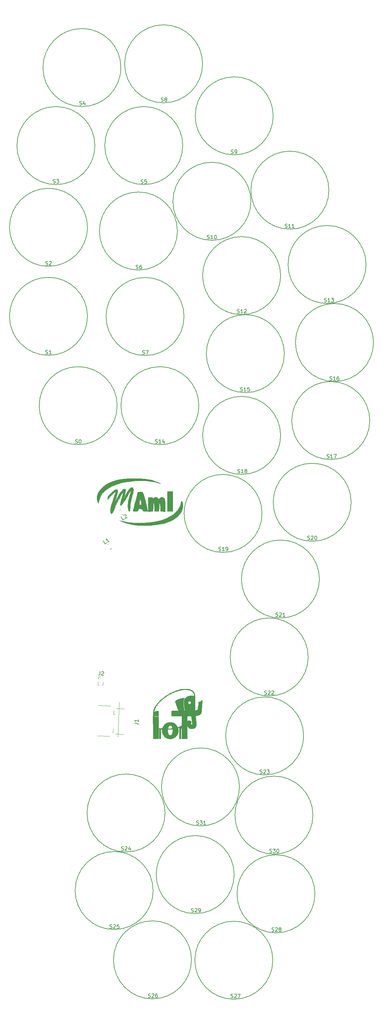
<source format=gto>
G04 #@! TF.GenerationSoftware,KiCad,Pcbnew,(5.0.0)*
G04 #@! TF.CreationDate,2019-11-18T10:46:29+01:00*
G04 #@! TF.ProjectId,Insole_PCB,496E736F6C655F5043422E6B69636164,rev?*
G04 #@! TF.SameCoordinates,Original*
G04 #@! TF.FileFunction,Legend,Top*
G04 #@! TF.FilePolarity,Positive*
%FSLAX46Y46*%
G04 Gerber Fmt 4.6, Leading zero omitted, Abs format (unit mm)*
G04 Created by KiCad (PCBNEW (5.0.0)) date 11/18/19 10:46:29*
%MOMM*%
%LPD*%
G01*
G04 APERTURE LIST*
%ADD10C,0.200000*%
%ADD11C,0.120000*%
%ADD12C,0.010000*%
%ADD13C,0.150000*%
G04 APERTURE END LIST*
D10*
G04 #@! TO.C,S0*
X191249453Y-119110707D02*
G75*
G03X191249453Y-119110707I-10500000J0D01*
G01*
G04 #@! TO.C,S1*
X183249453Y-95060707D02*
G75*
G03X183249453Y-95060707I-10500000J0D01*
G01*
G04 #@! TO.C,S2*
X183249453Y-71110707D02*
G75*
G03X183249453Y-71110707I-10500000J0D01*
G01*
G04 #@! TO.C,S3*
X185249453Y-49110707D02*
G75*
G03X185249453Y-49110707I-10500000J0D01*
G01*
G04 #@! TO.C,S4*
X192249453Y-28110707D02*
G75*
G03X192249453Y-28110707I-10500000J0D01*
G01*
G04 #@! TO.C,S5*
X208899453Y-49110707D02*
G75*
G03X208899453Y-49110707I-10500000J0D01*
G01*
G04 #@! TO.C,S6*
X207459453Y-72100707D02*
G75*
G03X207459453Y-72100707I-10500000J0D01*
G01*
G04 #@! TO.C,S7*
X209249453Y-95110707D02*
G75*
G03X209249453Y-95110707I-10500000J0D01*
G01*
G04 #@! TO.C,S8*
X214249453Y-27110707D02*
G75*
G03X214249453Y-27110707I-10500000J0D01*
G01*
G04 #@! TO.C,S9*
X233249453Y-41110707D02*
G75*
G03X233249453Y-41110707I-10500000J0D01*
G01*
G04 #@! TO.C,S10*
X227249453Y-64110707D02*
G75*
G03X227249453Y-64110707I-10500000J0D01*
G01*
G04 #@! TO.C,S11*
X248249453Y-61110707D02*
G75*
G03X248249453Y-61110707I-10500000J0D01*
G01*
G04 #@! TO.C,S12*
X235249453Y-84110707D02*
G75*
G03X235249453Y-84110707I-10500000J0D01*
G01*
G04 #@! TO.C,S13*
X258249453Y-81110707D02*
G75*
G03X258249453Y-81110707I-10500000J0D01*
G01*
G04 #@! TO.C,S14*
X213249453Y-119110707D02*
G75*
G03X213249453Y-119110707I-10500000J0D01*
G01*
G04 #@! TO.C,S15*
X236249453Y-105110707D02*
G75*
G03X236249453Y-105110707I-10500000J0D01*
G01*
G04 #@! TO.C,S16*
X260249453Y-102110707D02*
G75*
G03X260249453Y-102110707I-10500000J0D01*
G01*
G04 #@! TO.C,S17*
X259249453Y-123110707D02*
G75*
G03X259249453Y-123110707I-10500000J0D01*
G01*
G04 #@! TO.C,S18*
X235249453Y-127110707D02*
G75*
G03X235249453Y-127110707I-10500000J0D01*
G01*
G04 #@! TO.C,S19*
X230249453Y-148110707D02*
G75*
G03X230249453Y-148110707I-10500000J0D01*
G01*
G04 #@! TO.C,S20*
X254249453Y-145110707D02*
G75*
G03X254249453Y-145110707I-10500000J0D01*
G01*
G04 #@! TO.C,S21*
X245699453Y-165760707D02*
G75*
G03X245699453Y-165760707I-10500000J0D01*
G01*
G04 #@! TO.C,S22*
X242669453Y-186740707D02*
G75*
G03X242669453Y-186740707I-10500000J0D01*
G01*
G04 #@! TO.C,S23*
X241449453Y-207990707D02*
G75*
G03X241449453Y-207990707I-10500000J0D01*
G01*
G04 #@! TO.C,S24*
X204129453Y-228730707D02*
G75*
G03X204129453Y-228730707I-10500000J0D01*
G01*
G04 #@! TO.C,S25*
X200919453Y-249600707D02*
G75*
G03X200919453Y-249600707I-10500000J0D01*
G01*
G04 #@! TO.C,S26*
X211249453Y-268260707D02*
G75*
G03X211249453Y-268260707I-10500000J0D01*
G01*
G04 #@! TO.C,S27*
X233149453Y-268360707D02*
G75*
G03X233149453Y-268360707I-10500000J0D01*
G01*
G04 #@! TO.C,S28*
X244499453Y-250480707D02*
G75*
G03X244499453Y-250480707I-10500000J0D01*
G01*
G04 #@! TO.C,S29*
X222749453Y-245310707D02*
G75*
G03X222749453Y-245310707I-10500000J0D01*
G01*
G04 #@! TO.C,S30*
X243949453Y-229310707D02*
G75*
G03X243949453Y-229310707I-10500000J0D01*
G01*
G04 #@! TO.C,S31*
X224169453Y-221710707D02*
G75*
G03X224169453Y-221710707I-10500000J0D01*
G01*
D11*
G04 #@! TO.C,J2*
X186183929Y-192038895D02*
X186877236Y-192087376D01*
X186136146Y-192722226D02*
X186183929Y-192038895D01*
X187388464Y-193496470D02*
X187474977Y-193502519D01*
X186088363Y-193405558D02*
X186174876Y-193411607D01*
X187474977Y-193502519D02*
X187413940Y-194375388D01*
X186088363Y-193405558D02*
X186027326Y-194278426D01*
X187114165Y-194354425D02*
X187413940Y-194375388D01*
X186027326Y-194278426D02*
X186327101Y-194299388D01*
G04 #@! TO.C,L1*
X189265878Y-157743711D02*
X189718380Y-157482459D01*
X188555878Y-156513955D02*
X189008380Y-156252703D01*
G04 #@! TO.C,L2*
X192208380Y-146972703D02*
X191755878Y-147233955D01*
X192918380Y-148202459D02*
X192465878Y-148463711D01*
D12*
G04 #@! TO.C,G\002A\002A\002A*
G36*
X209626800Y-195344393D02*
X209782425Y-195348590D01*
X209935834Y-195355525D01*
X210084294Y-195365139D01*
X210225073Y-195377373D01*
X210355439Y-195392167D01*
X210405939Y-195399058D01*
X210597458Y-195431937D01*
X210777567Y-195473742D01*
X210946346Y-195524531D01*
X211103876Y-195584360D01*
X211250235Y-195653286D01*
X211385503Y-195731367D01*
X211509759Y-195818659D01*
X211623085Y-195915220D01*
X211725558Y-196021106D01*
X211817258Y-196136375D01*
X211898266Y-196261083D01*
X211968661Y-196395287D01*
X212028522Y-196539045D01*
X212038851Y-196567842D01*
X212075753Y-196688433D01*
X212106236Y-196819967D01*
X212129984Y-196960218D01*
X212146682Y-197106960D01*
X212156012Y-197257967D01*
X212157739Y-197405250D01*
X212157688Y-197467348D01*
X212159339Y-197515155D01*
X212162690Y-197548623D01*
X212165308Y-197561084D01*
X212168987Y-197576841D01*
X212171798Y-197595892D01*
X212173740Y-197619572D01*
X212174816Y-197649216D01*
X212175028Y-197686161D01*
X212174376Y-197731741D01*
X212172863Y-197787293D01*
X212170490Y-197854151D01*
X212167258Y-197933653D01*
X212165796Y-197967678D01*
X212164120Y-198009589D01*
X212162614Y-198054796D01*
X212161271Y-198104136D01*
X212160083Y-198158447D01*
X212159043Y-198218565D01*
X212158144Y-198285327D01*
X212157380Y-198359571D01*
X212156743Y-198442134D01*
X212156226Y-198533853D01*
X212155822Y-198635564D01*
X212155524Y-198748106D01*
X212155325Y-198872315D01*
X212155218Y-199009029D01*
X212155195Y-199159083D01*
X212155209Y-199223164D01*
X212155328Y-199352353D01*
X212155605Y-199482885D01*
X212156030Y-199613948D01*
X212156592Y-199744730D01*
X212157283Y-199874417D01*
X212158094Y-200002197D01*
X212159014Y-200127259D01*
X212160035Y-200248789D01*
X212161147Y-200365974D01*
X212162340Y-200478003D01*
X212163606Y-200584063D01*
X212164934Y-200683341D01*
X212166315Y-200775025D01*
X212167740Y-200858302D01*
X212169200Y-200932360D01*
X212170685Y-200996387D01*
X212172185Y-201049569D01*
X212173691Y-201091094D01*
X212175194Y-201120151D01*
X212176684Y-201135925D01*
X212177446Y-201138605D01*
X212187133Y-201139757D01*
X212208611Y-201137412D01*
X212239723Y-201132080D01*
X212278309Y-201124273D01*
X212322212Y-201114500D01*
X212369273Y-201103273D01*
X212417334Y-201091103D01*
X212464237Y-201078501D01*
X212507823Y-201065977D01*
X212545935Y-201054043D01*
X212569705Y-201045757D01*
X212665866Y-201005098D01*
X212750674Y-200958827D01*
X212823539Y-200907396D01*
X212883871Y-200851259D01*
X212931078Y-200790868D01*
X212953425Y-200751630D01*
X212978882Y-200699993D01*
X213069387Y-199763821D01*
X213080525Y-199648522D01*
X213091270Y-199537112D01*
X213101539Y-199430455D01*
X213111251Y-199329416D01*
X213120322Y-199234860D01*
X213128670Y-199147652D01*
X213136213Y-199068657D01*
X213142867Y-198998739D01*
X213148550Y-198938764D01*
X213153181Y-198889597D01*
X213156675Y-198852102D01*
X213158951Y-198827144D01*
X213159927Y-198815589D01*
X213159958Y-198814950D01*
X213161300Y-198809630D01*
X213166813Y-198806032D01*
X213178825Y-198803827D01*
X213199664Y-198802686D01*
X213231659Y-198802280D01*
X213249937Y-198802250D01*
X213334650Y-198798657D01*
X213415623Y-198787436D01*
X213494314Y-198767923D01*
X213572177Y-198739454D01*
X213650667Y-198701367D01*
X213731240Y-198652997D01*
X213815352Y-198593681D01*
X213904458Y-198522756D01*
X213952020Y-198482137D01*
X214002167Y-198439008D01*
X214042776Y-198405942D01*
X214074827Y-198382997D01*
X214099303Y-198370235D01*
X214117182Y-198367715D01*
X214129445Y-198375498D01*
X214137074Y-198393645D01*
X214141047Y-198422215D01*
X214142347Y-198461268D01*
X214142204Y-198493821D01*
X214141561Y-198509169D01*
X214139876Y-198538123D01*
X214137214Y-198579817D01*
X214133640Y-198633386D01*
X214129217Y-198697963D01*
X214124011Y-198772682D01*
X214118085Y-198856678D01*
X214111504Y-198949084D01*
X214104331Y-199049035D01*
X214096632Y-199155664D01*
X214088471Y-199268106D01*
X214079911Y-199385495D01*
X214071018Y-199506965D01*
X214061855Y-199631650D01*
X214052487Y-199758683D01*
X214042977Y-199887200D01*
X214033392Y-200016333D01*
X214023794Y-200145218D01*
X214014247Y-200272987D01*
X214004817Y-200398776D01*
X213995568Y-200521718D01*
X213986564Y-200640948D01*
X213977868Y-200755598D01*
X213969546Y-200864805D01*
X213961662Y-200967700D01*
X213954280Y-201063419D01*
X213947464Y-201151096D01*
X213941279Y-201229865D01*
X213935789Y-201298859D01*
X213931058Y-201357212D01*
X213927150Y-201404060D01*
X213924131Y-201438535D01*
X213922063Y-201459773D01*
X213921812Y-201461993D01*
X213903748Y-201580186D01*
X213878101Y-201688410D01*
X213844082Y-201789517D01*
X213809688Y-201868495D01*
X213758667Y-201960855D01*
X213697820Y-202045848D01*
X213626707Y-202123756D01*
X213544887Y-202194863D01*
X213451919Y-202259451D01*
X213347363Y-202317805D01*
X213230778Y-202370207D01*
X213101724Y-202416940D01*
X212959760Y-202458287D01*
X212851511Y-202484391D01*
X212783335Y-202498704D01*
X212705378Y-202513609D01*
X212622305Y-202528307D01*
X212538783Y-202541996D01*
X212459477Y-202553877D01*
X212399839Y-202561836D01*
X212360927Y-202567531D01*
X212336198Y-202573204D01*
X212325802Y-202578817D01*
X212325453Y-202580037D01*
X212326251Y-202588244D01*
X212328581Y-202609999D01*
X212332345Y-202644428D01*
X212337444Y-202690655D01*
X212343783Y-202747807D01*
X212351262Y-202815009D01*
X212359785Y-202891387D01*
X212369254Y-202976065D01*
X212379572Y-203068170D01*
X212390640Y-203166826D01*
X212402361Y-203271160D01*
X212414637Y-203380296D01*
X212427157Y-203491449D01*
X212443678Y-203638053D01*
X212458654Y-203771022D01*
X212472159Y-203891144D01*
X212484270Y-203999207D01*
X212495063Y-204095999D01*
X212504613Y-204182310D01*
X212512997Y-204258926D01*
X212520290Y-204326636D01*
X212526568Y-204386228D01*
X212531909Y-204438491D01*
X212536386Y-204484212D01*
X212540077Y-204524180D01*
X212543057Y-204559184D01*
X212545402Y-204590010D01*
X212547189Y-204617448D01*
X212548492Y-204642285D01*
X212549389Y-204665310D01*
X212549955Y-204687312D01*
X212550265Y-204709077D01*
X212550397Y-204731395D01*
X212550425Y-204755053D01*
X212550425Y-204770645D01*
X212545952Y-204922864D01*
X212532440Y-205064047D01*
X212509744Y-205194624D01*
X212477723Y-205315029D01*
X212436234Y-205425690D01*
X212385132Y-205527042D01*
X212324277Y-205619513D01*
X212253524Y-205703537D01*
X212235215Y-205722332D01*
X212154728Y-205794107D01*
X212066113Y-205856518D01*
X211968761Y-205909791D01*
X211862067Y-205954154D01*
X211745423Y-205989832D01*
X211618221Y-206017052D01*
X211479856Y-206036041D01*
X211371139Y-206044855D01*
X211224110Y-206048310D01*
X211086209Y-206040511D01*
X210957360Y-206021426D01*
X210837485Y-205991023D01*
X210726509Y-205949269D01*
X210624354Y-205896133D01*
X210530945Y-205831583D01*
X210446204Y-205755587D01*
X210370056Y-205668113D01*
X210327860Y-205609207D01*
X210278419Y-205529014D01*
X210234782Y-205445228D01*
X210196556Y-205356473D01*
X210163348Y-205261374D01*
X210134764Y-205158557D01*
X210110411Y-205046647D01*
X210089894Y-204924269D01*
X210072821Y-204790049D01*
X210062017Y-204680535D01*
X210060199Y-204662017D01*
X210058744Y-204652735D01*
X210057604Y-204653508D01*
X210056733Y-204665153D01*
X210056084Y-204688488D01*
X210055609Y-204724333D01*
X210055262Y-204773504D01*
X210055134Y-204800278D01*
X210053900Y-205088659D01*
X210052722Y-205362864D01*
X210051598Y-205623233D01*
X210050527Y-205870105D01*
X210049507Y-206103818D01*
X210048536Y-206324713D01*
X210047612Y-206533128D01*
X210046734Y-206729401D01*
X210045900Y-206913873D01*
X210045107Y-207086881D01*
X210044355Y-207248765D01*
X210043642Y-207399865D01*
X210042965Y-207540518D01*
X210042323Y-207671064D01*
X210041714Y-207791843D01*
X210041137Y-207903192D01*
X210040589Y-208005452D01*
X210040069Y-208098960D01*
X210039574Y-208184057D01*
X210039105Y-208261080D01*
X210038657Y-208330370D01*
X210038231Y-208392265D01*
X210037823Y-208447104D01*
X210037432Y-208495226D01*
X210037057Y-208536971D01*
X210036695Y-208572676D01*
X210036345Y-208602682D01*
X210036006Y-208627327D01*
X210035674Y-208646950D01*
X210035349Y-208661890D01*
X210035029Y-208672487D01*
X210034811Y-208677407D01*
X210030799Y-208751793D01*
X209517421Y-208751793D01*
X209425474Y-208751721D01*
X209332531Y-208751514D01*
X209240453Y-208751184D01*
X209151105Y-208750743D01*
X209066350Y-208750204D01*
X208988049Y-208749579D01*
X208918067Y-208748880D01*
X208858265Y-208748120D01*
X208810507Y-208747311D01*
X208797848Y-208747038D01*
X208591653Y-208742284D01*
X208593953Y-208084824D01*
X208594202Y-207994027D01*
X208594365Y-207890367D01*
X208594445Y-207775493D01*
X208594443Y-207651057D01*
X208594363Y-207518709D01*
X208594207Y-207380099D01*
X208593977Y-207236878D01*
X208593678Y-207090697D01*
X208593310Y-206943206D01*
X208592877Y-206796054D01*
X208592381Y-206650894D01*
X208591825Y-206509375D01*
X208591249Y-206380755D01*
X208586244Y-205334146D01*
X208534520Y-205377215D01*
X208506936Y-205400369D01*
X208479363Y-205423822D01*
X208456690Y-205443408D01*
X208451766Y-205447738D01*
X208420735Y-205475193D01*
X208413784Y-206872193D01*
X208413067Y-207017424D01*
X208412369Y-207161001D01*
X208411694Y-207302056D01*
X208411046Y-207439720D01*
X208410428Y-207573127D01*
X208409844Y-207701406D01*
X208409298Y-207823691D01*
X208408794Y-207939113D01*
X208408336Y-208046804D01*
X208407926Y-208145896D01*
X208407570Y-208235520D01*
X208407270Y-208314809D01*
X208407031Y-208382894D01*
X208406856Y-208438907D01*
X208406749Y-208481980D01*
X208406714Y-208506864D01*
X208406596Y-208744535D01*
X207927625Y-208744535D01*
X207927625Y-207242307D01*
X207927612Y-207095757D01*
X207927577Y-206953108D01*
X207927518Y-206815035D01*
X207927439Y-206682213D01*
X207927339Y-206555318D01*
X207927220Y-206435025D01*
X207927083Y-206322009D01*
X207926929Y-206216946D01*
X207926760Y-206120510D01*
X207926577Y-206033377D01*
X207926380Y-205956223D01*
X207926171Y-205889723D01*
X207925951Y-205834552D01*
X207925722Y-205791385D01*
X207925483Y-205760897D01*
X207925238Y-205743765D01*
X207925057Y-205740078D01*
X207917763Y-205742527D01*
X207899215Y-205749304D01*
X207871720Y-205759550D01*
X207837579Y-205772410D01*
X207810757Y-205782586D01*
X207768453Y-205798497D01*
X207726455Y-205813972D01*
X207688569Y-205827629D01*
X207658602Y-205838087D01*
X207648225Y-205841541D01*
X207622645Y-205850264D01*
X207602563Y-205857927D01*
X207591959Y-205863001D01*
X207591560Y-205863318D01*
X207591269Y-205871788D01*
X207594163Y-205891884D01*
X207599785Y-205921183D01*
X207607681Y-205957259D01*
X207614895Y-205987606D01*
X207631856Y-206058969D01*
X207645497Y-206122429D01*
X207656161Y-206181038D01*
X207664192Y-206237844D01*
X207669933Y-206295899D01*
X207673728Y-206358253D01*
X207675920Y-206427956D01*
X207676854Y-206508059D01*
X207676946Y-206538364D01*
X207676930Y-206604112D01*
X207676596Y-206657835D01*
X207675820Y-206702020D01*
X207674476Y-206739154D01*
X207672438Y-206771726D01*
X207669580Y-206802223D01*
X207665778Y-206833133D01*
X207660906Y-206866943D01*
X207660110Y-206872193D01*
X207625242Y-207054671D01*
X207577205Y-207231151D01*
X207516065Y-207401479D01*
X207441891Y-207565502D01*
X207354751Y-207723067D01*
X207254711Y-207874023D01*
X207163909Y-207991785D01*
X207129217Y-208031789D01*
X207086356Y-208077840D01*
X207038078Y-208127253D01*
X206987133Y-208177343D01*
X206936272Y-208225423D01*
X206888247Y-208268810D01*
X206845809Y-208304818D01*
X206831796Y-208315948D01*
X206684346Y-208421494D01*
X206531822Y-208513443D01*
X206374199Y-208591802D01*
X206211455Y-208656581D01*
X206043566Y-208707790D01*
X205870508Y-208745437D01*
X205692259Y-208769532D01*
X205649245Y-208773257D01*
X205570118Y-208777752D01*
X205489191Y-208779393D01*
X205412677Y-208778117D01*
X205373110Y-208776039D01*
X205198477Y-208758056D01*
X205031436Y-208728437D01*
X204870337Y-208686731D01*
X204713526Y-208632490D01*
X204559351Y-208565264D01*
X204513139Y-208542383D01*
X204445391Y-208505816D01*
X204372370Y-208462743D01*
X204298206Y-208415820D01*
X204227024Y-208367706D01*
X204162955Y-208321057D01*
X204133375Y-208297902D01*
X204009484Y-208189133D01*
X203892206Y-208068626D01*
X203783003Y-207938210D01*
X203683340Y-207799720D01*
X203594683Y-207654986D01*
X203546031Y-207563213D01*
X203485842Y-207434199D01*
X203435500Y-207307167D01*
X203393948Y-207178653D01*
X203360127Y-207045194D01*
X203332980Y-206903326D01*
X203321647Y-206828650D01*
X203317204Y-206786935D01*
X203313725Y-206734040D01*
X203311217Y-206672866D01*
X203309685Y-206606310D01*
X203309134Y-206537270D01*
X203309220Y-206523734D01*
X204823536Y-206523734D01*
X204824378Y-206567393D01*
X204832715Y-206714203D01*
X204848079Y-206855192D01*
X204870158Y-206989670D01*
X204898637Y-207116950D01*
X204933203Y-207236343D01*
X204973541Y-207347160D01*
X205019339Y-207448714D01*
X205070283Y-207540316D01*
X205126060Y-207621277D01*
X205186354Y-207690910D01*
X205250854Y-207748527D01*
X205319244Y-207793438D01*
X205391213Y-207824956D01*
X205398510Y-207827319D01*
X205429014Y-207833375D01*
X205468414Y-207836332D01*
X205511435Y-207836230D01*
X205552804Y-207833107D01*
X205587246Y-207827003D01*
X205591322Y-207825882D01*
X205654471Y-207800429D01*
X205717254Y-207761574D01*
X205778577Y-207710414D01*
X205837344Y-207648043D01*
X205892459Y-207575555D01*
X205942827Y-207494045D01*
X205964623Y-207452782D01*
X206013793Y-207344568D01*
X206055913Y-207229673D01*
X206091461Y-207106420D01*
X206120912Y-206973131D01*
X206144743Y-206828130D01*
X206147277Y-206809647D01*
X206151422Y-206770869D01*
X206154747Y-206723668D01*
X206157274Y-206669865D01*
X206159020Y-206611280D01*
X206160008Y-206549732D01*
X206160257Y-206487041D01*
X206159787Y-206425027D01*
X206158618Y-206365510D01*
X206156771Y-206310311D01*
X206154265Y-206261249D01*
X206151121Y-206220144D01*
X206147360Y-206188815D01*
X206143000Y-206169084D01*
X206140121Y-206163584D01*
X206132091Y-206163062D01*
X206112058Y-206163825D01*
X206082463Y-206165722D01*
X206045744Y-206168601D01*
X206014304Y-206171379D01*
X205899667Y-206181464D01*
X205788956Y-206190093D01*
X205679356Y-206197411D01*
X205568053Y-206203566D01*
X205452231Y-206208705D01*
X205329076Y-206212975D01*
X205195772Y-206216523D01*
X205117389Y-206218214D01*
X205055750Y-206219555D01*
X204998735Y-206221001D01*
X204947959Y-206222494D01*
X204905035Y-206223979D01*
X204871579Y-206225398D01*
X204849204Y-206226696D01*
X204839524Y-206227815D01*
X204839286Y-206227941D01*
X204836058Y-206238092D01*
X204832989Y-206260474D01*
X204830179Y-206292803D01*
X204827730Y-206332796D01*
X204825740Y-206378169D01*
X204824311Y-206426638D01*
X204823543Y-206475921D01*
X204823536Y-206523734D01*
X203309220Y-206523734D01*
X203309570Y-206468646D01*
X203310998Y-206403334D01*
X203313424Y-206344236D01*
X203316853Y-206294247D01*
X203320571Y-206261015D01*
X203330761Y-206190495D01*
X203312350Y-206186940D01*
X203299937Y-206185701D01*
X203275364Y-206184201D01*
X203240982Y-206182547D01*
X203199139Y-206180847D01*
X203152187Y-206179211D01*
X203128839Y-206178489D01*
X202963739Y-206173593D01*
X202963739Y-208730021D01*
X202542865Y-208730021D01*
X202541030Y-207436435D01*
X202539196Y-206142850D01*
X202453786Y-206136336D01*
X202420231Y-206134024D01*
X202392374Y-206132573D01*
X202373158Y-206132102D01*
X202365548Y-206132708D01*
X202365221Y-206140150D01*
X202364847Y-206161377D01*
X202364429Y-206195661D01*
X202363972Y-206242273D01*
X202363480Y-206300483D01*
X202362959Y-206369563D01*
X202362412Y-206448784D01*
X202361844Y-206537418D01*
X202361260Y-206634734D01*
X202360665Y-206740006D01*
X202360063Y-206852502D01*
X202359458Y-206971496D01*
X202358855Y-207096257D01*
X202358259Y-207226057D01*
X202357675Y-207360168D01*
X202357371Y-207432807D01*
X202352022Y-208730021D01*
X200902710Y-208730021D01*
X200902636Y-206986493D01*
X200902621Y-206796272D01*
X200902592Y-206619908D01*
X200902543Y-206456742D01*
X200902470Y-206306119D01*
X200902368Y-206167378D01*
X200902233Y-206039864D01*
X200902173Y-205998537D01*
X204872368Y-205998537D01*
X204872368Y-206016887D01*
X205062868Y-206012458D01*
X205127118Y-206010817D01*
X205198550Y-206008745D01*
X205272150Y-206006403D01*
X205342908Y-206003954D01*
X205405812Y-206001558D01*
X205423910Y-206000811D01*
X205493580Y-205997626D01*
X205565832Y-205993893D01*
X205639150Y-205989725D01*
X205712022Y-205985233D01*
X205782932Y-205980532D01*
X205850367Y-205975734D01*
X205912812Y-205970951D01*
X205968753Y-205966297D01*
X206016677Y-205961884D01*
X206055069Y-205957826D01*
X206082414Y-205954235D01*
X206097199Y-205951224D01*
X206098875Y-205950504D01*
X206101314Y-205940863D01*
X206098850Y-205918984D01*
X206091793Y-205886174D01*
X206080456Y-205843742D01*
X206065149Y-205792994D01*
X206051027Y-205749591D01*
X206010123Y-205640112D01*
X205964189Y-205540471D01*
X205913732Y-205451167D01*
X205859260Y-205372698D01*
X205801279Y-205305560D01*
X205740297Y-205250252D01*
X205676821Y-205207271D01*
X205611359Y-205177115D01*
X205544419Y-205160281D01*
X205476506Y-205157268D01*
X205449875Y-205159945D01*
X205386821Y-205173734D01*
X205328210Y-205197230D01*
X205271873Y-205231662D01*
X205215643Y-205278258D01*
X205181522Y-205312075D01*
X205114361Y-205392136D01*
X205053425Y-205485138D01*
X204998825Y-205590858D01*
X204950672Y-205709075D01*
X204909075Y-205839566D01*
X204897209Y-205883719D01*
X204888027Y-205920680D01*
X204880378Y-205953961D01*
X204874956Y-205980351D01*
X204872456Y-205996638D01*
X204872368Y-205998537D01*
X200902173Y-205998537D01*
X200902061Y-205922918D01*
X200901847Y-205815883D01*
X200901586Y-205718101D01*
X200901275Y-205628915D01*
X200900907Y-205547666D01*
X200900480Y-205473697D01*
X200899989Y-205406350D01*
X200899429Y-205344969D01*
X200898795Y-205288894D01*
X200898083Y-205237469D01*
X200897289Y-205190036D01*
X200896408Y-205145937D01*
X200895435Y-205104515D01*
X200894367Y-205065111D01*
X200893198Y-205027069D01*
X200891925Y-204989730D01*
X200890542Y-204952437D01*
X200889045Y-204914532D01*
X200888381Y-204898250D01*
X200872735Y-204440844D01*
X200863733Y-203991457D01*
X200861363Y-203550836D01*
X200865613Y-203119725D01*
X200873468Y-202815370D01*
X201084139Y-202815370D01*
X201717325Y-202817224D01*
X202350510Y-202819078D01*
X202352341Y-204377550D01*
X202352554Y-204554866D01*
X202352761Y-204718238D01*
X202352969Y-204868234D01*
X202353183Y-205005424D01*
X202353408Y-205130376D01*
X202353648Y-205243661D01*
X202353911Y-205345847D01*
X202354200Y-205437503D01*
X202354522Y-205519200D01*
X202354881Y-205591506D01*
X202355282Y-205654991D01*
X202355732Y-205710223D01*
X202356236Y-205757773D01*
X202356797Y-205798209D01*
X202357423Y-205832100D01*
X202358119Y-205860017D01*
X202358888Y-205882528D01*
X202359738Y-205900202D01*
X202360673Y-205913610D01*
X202361698Y-205923319D01*
X202362819Y-205929900D01*
X202364041Y-205933922D01*
X202365370Y-205935953D01*
X202366810Y-205936564D01*
X202366856Y-205936567D01*
X202376186Y-205936983D01*
X202398737Y-205937996D01*
X202433229Y-205939548D01*
X202478386Y-205941582D01*
X202532926Y-205944040D01*
X202595572Y-205946864D01*
X202665045Y-205949997D01*
X202740067Y-205953381D01*
X202819357Y-205956958D01*
X202829482Y-205957415D01*
X202910443Y-205961047D01*
X202988251Y-205964498D01*
X203061497Y-205967708D01*
X203128769Y-205970616D01*
X203188658Y-205973164D01*
X203239755Y-205975290D01*
X203280647Y-205976935D01*
X203309927Y-205978039D01*
X203326182Y-205978542D01*
X203326596Y-205978549D01*
X203373768Y-205979382D01*
X203397827Y-205894201D01*
X203446993Y-205744543D01*
X203509386Y-205595351D01*
X203583804Y-205448623D01*
X203669040Y-205306361D01*
X203763891Y-205170562D01*
X203867152Y-205043227D01*
X203977617Y-204926353D01*
X203985804Y-204918408D01*
X204119990Y-204798760D01*
X204261440Y-204691653D01*
X204409935Y-204597194D01*
X204565255Y-204515486D01*
X204727178Y-204446637D01*
X204895486Y-204390751D01*
X205069959Y-204347934D01*
X205231596Y-204320724D01*
X205289475Y-204314779D01*
X205357944Y-204310640D01*
X205433190Y-204308309D01*
X205511401Y-204307789D01*
X205588764Y-204309083D01*
X205661467Y-204312194D01*
X205725697Y-204317123D01*
X205754110Y-204320358D01*
X205933729Y-204350714D01*
X206106934Y-204394049D01*
X206273609Y-204450307D01*
X206433639Y-204519432D01*
X206586908Y-204601369D01*
X206733301Y-204696063D01*
X206872702Y-204803457D01*
X207000141Y-204918745D01*
X207114942Y-205037968D01*
X207217004Y-205159625D01*
X207308103Y-205286188D01*
X207390016Y-205420130D01*
X207464517Y-205563924D01*
X207466560Y-205568214D01*
X207513653Y-205667323D01*
X207617225Y-205630911D01*
X207780557Y-205570237D01*
X207944414Y-205503112D01*
X208105590Y-205431011D01*
X208260879Y-205355410D01*
X208407078Y-205277786D01*
X208500939Y-205223842D01*
X208591653Y-205169853D01*
X208595995Y-204625837D01*
X208596689Y-204534578D01*
X208597418Y-204431026D01*
X208598168Y-204317400D01*
X208598926Y-204195922D01*
X208599680Y-204068813D01*
X208600417Y-203938293D01*
X208601125Y-203806582D01*
X208601791Y-203675901D01*
X208602114Y-203608418D01*
X210061225Y-203608418D01*
X210061225Y-204050667D01*
X210086380Y-204028581D01*
X210142836Y-203985233D01*
X210209558Y-203944287D01*
X210282300Y-203907933D01*
X210356815Y-203878363D01*
X210407555Y-203862925D01*
X210444130Y-203854203D01*
X210477597Y-203848528D01*
X210513245Y-203845286D01*
X210556365Y-203843860D01*
X210572853Y-203843685D01*
X210673963Y-203848914D01*
X210768245Y-203866432D01*
X210857438Y-203896812D01*
X210943282Y-203940626D01*
X211015740Y-203989477D01*
X211064314Y-204027506D01*
X211101209Y-204060950D01*
X211127548Y-204092066D01*
X211144455Y-204123109D01*
X211153052Y-204156334D01*
X211154463Y-204193997D01*
X211149809Y-204238353D01*
X211147323Y-204253746D01*
X211139617Y-204292139D01*
X211129592Y-204333128D01*
X211119148Y-204369084D01*
X211116922Y-204375735D01*
X211098250Y-204449586D01*
X211090053Y-204530603D01*
X211091942Y-204616327D01*
X211103528Y-204704301D01*
X211124423Y-204792065D01*
X211154237Y-204877160D01*
X211192581Y-204957130D01*
X211214820Y-204994407D01*
X211234805Y-205023902D01*
X211250689Y-205041915D01*
X211265072Y-205049837D01*
X211280551Y-205049061D01*
X211299725Y-205040980D01*
X211300742Y-205040453D01*
X211331549Y-205017161D01*
X211357641Y-204981730D01*
X211379011Y-204934067D01*
X211395653Y-204874076D01*
X211407561Y-204801663D01*
X211414730Y-204716734D01*
X211417152Y-204619195D01*
X211414822Y-204508951D01*
X211407733Y-204385907D01*
X211395880Y-204249970D01*
X211379257Y-204101044D01*
X211357857Y-203939036D01*
X211331673Y-203763851D01*
X211300701Y-203575394D01*
X211264934Y-203373572D01*
X211224366Y-203158289D01*
X211178990Y-202929452D01*
X211156812Y-202821115D01*
X211146588Y-202771880D01*
X211137154Y-202726914D01*
X211128957Y-202688317D01*
X211122446Y-202658190D01*
X211118069Y-202638633D01*
X211116470Y-202632207D01*
X211115060Y-202629777D01*
X211111782Y-202627678D01*
X211105647Y-202625885D01*
X211095663Y-202624374D01*
X211080840Y-202623121D01*
X211060186Y-202622102D01*
X211032711Y-202621294D01*
X210997424Y-202620672D01*
X210953335Y-202620212D01*
X210899452Y-202619890D01*
X210834785Y-202619683D01*
X210758343Y-202619566D01*
X210669135Y-202619516D01*
X210591685Y-202619507D01*
X210070838Y-202619507D01*
X210066031Y-202892837D01*
X210065113Y-202953210D01*
X210064252Y-203025584D01*
X210063466Y-203107445D01*
X210062771Y-203196280D01*
X210062184Y-203289575D01*
X210061722Y-203384818D01*
X210061402Y-203479494D01*
X210061241Y-203571091D01*
X210061225Y-203608418D01*
X208602114Y-203608418D01*
X208602402Y-203548471D01*
X208602946Y-203426513D01*
X208603252Y-203352478D01*
X208606168Y-202623135D01*
X207296253Y-202619507D01*
X205986339Y-202615878D01*
X205953682Y-202596630D01*
X205914494Y-202565233D01*
X205883513Y-202522567D01*
X205861444Y-202469788D01*
X205852121Y-202430078D01*
X205850287Y-202412326D01*
X205848770Y-202381994D01*
X205847567Y-202338813D01*
X205846675Y-202282517D01*
X205846092Y-202212839D01*
X205845815Y-202129511D01*
X205845840Y-202032267D01*
X205846165Y-201920838D01*
X205846280Y-201893793D01*
X205848453Y-201403935D01*
X205865024Y-201362954D01*
X205885605Y-201323492D01*
X205912994Y-201287079D01*
X205943713Y-201257827D01*
X205966191Y-201243381D01*
X205970795Y-201241327D01*
X205976421Y-201239484D01*
X205983861Y-201237836D01*
X205993906Y-201236368D01*
X206007348Y-201235065D01*
X206024976Y-201233912D01*
X206047583Y-201232892D01*
X206075959Y-201231992D01*
X206110896Y-201231195D01*
X206153185Y-201230487D01*
X206203616Y-201229852D01*
X206262982Y-201229274D01*
X206332072Y-201228739D01*
X206411679Y-201228231D01*
X206502594Y-201227736D01*
X206605606Y-201227236D01*
X206721509Y-201226718D01*
X206851092Y-201226166D01*
X206858421Y-201226135D01*
X207723246Y-201222507D01*
X207295084Y-200035964D01*
X207241179Y-199886565D01*
X207191990Y-199750186D01*
X207147299Y-199626198D01*
X207106887Y-199513971D01*
X207070539Y-199412875D01*
X207038034Y-199322280D01*
X207009156Y-199241558D01*
X206983687Y-199170077D01*
X206961408Y-199107209D01*
X206942103Y-199052324D01*
X206925553Y-199004791D01*
X206911540Y-198963982D01*
X206899847Y-198929267D01*
X206890255Y-198900015D01*
X206882548Y-198875597D01*
X206876506Y-198855384D01*
X206871913Y-198838746D01*
X206868550Y-198825052D01*
X206866199Y-198813674D01*
X206864644Y-198803981D01*
X206863665Y-198795345D01*
X206863045Y-198787134D01*
X206863038Y-198787022D01*
X206863789Y-198727012D01*
X206874409Y-198670997D01*
X206895755Y-198617104D01*
X206928685Y-198563457D01*
X206974055Y-198508181D01*
X207005364Y-198475669D01*
X207071780Y-198416161D01*
X207149214Y-198358579D01*
X207238218Y-198302632D01*
X207339344Y-198248030D01*
X207453144Y-198194481D01*
X207580169Y-198141696D01*
X207720970Y-198089383D01*
X207771596Y-198071817D01*
X207924639Y-198022739D01*
X208089667Y-197975671D01*
X208264225Y-197931126D01*
X208445863Y-197889617D01*
X208632127Y-197851657D01*
X208820565Y-197817759D01*
X209008723Y-197788436D01*
X209194149Y-197764203D01*
X209294427Y-197753194D01*
X209344057Y-197748135D01*
X209318838Y-197783521D01*
X209287831Y-197832653D01*
X209255949Y-197893603D01*
X209224307Y-197963810D01*
X209194018Y-198040714D01*
X209166199Y-198121755D01*
X209153575Y-198162989D01*
X209115315Y-198311649D01*
X209084222Y-198471971D01*
X209060338Y-198642970D01*
X209043705Y-198823665D01*
X209034367Y-199013071D01*
X209032366Y-199210205D01*
X209037742Y-199414083D01*
X209050540Y-199623722D01*
X209070802Y-199838139D01*
X209078594Y-199905335D01*
X209103487Y-200091454D01*
X209134116Y-200287124D01*
X209169818Y-200488867D01*
X209209932Y-200693207D01*
X209253795Y-200896667D01*
X209300744Y-201095768D01*
X209319804Y-201171707D01*
X209332784Y-201222507D01*
X209422054Y-201224551D01*
X209511323Y-201226595D01*
X209507896Y-201202780D01*
X209505311Y-201189388D01*
X209499812Y-201164062D01*
X209491897Y-201128975D01*
X209482060Y-201086300D01*
X209470797Y-201038213D01*
X209460281Y-200993907D01*
X209389814Y-200677305D01*
X209330661Y-200364195D01*
X209282100Y-200050194D01*
X209243411Y-199730920D01*
X209229847Y-199593278D01*
X209225962Y-199542426D01*
X209222524Y-199480496D01*
X209219568Y-199409936D01*
X209217130Y-199333193D01*
X209215243Y-199252714D01*
X209213943Y-199170945D01*
X209213265Y-199090334D01*
X209213250Y-199035613D01*
X210295980Y-199035613D01*
X210304849Y-199107250D01*
X210325596Y-199176817D01*
X210358256Y-199242533D01*
X210402861Y-199302616D01*
X210417028Y-199317713D01*
X210474430Y-199366083D01*
X210538033Y-199401572D01*
X210606803Y-199423877D01*
X210679705Y-199432700D01*
X210755706Y-199427741D01*
X210780633Y-199423169D01*
X210847346Y-199401924D01*
X210907924Y-199368665D01*
X210961412Y-199324937D01*
X211006857Y-199272284D01*
X211043302Y-199212251D01*
X211069793Y-199146382D01*
X211085376Y-199076223D01*
X211089094Y-199003317D01*
X211081484Y-198936507D01*
X211060367Y-198862064D01*
X211027324Y-198795536D01*
X210981698Y-198735687D01*
X210965399Y-198718793D01*
X210907777Y-198670499D01*
X210846477Y-198636011D01*
X210780317Y-198614838D01*
X210708114Y-198606487D01*
X210695057Y-198606307D01*
X210619732Y-198612428D01*
X210551178Y-198631118D01*
X210488118Y-198662869D01*
X210429273Y-198708172D01*
X210428621Y-198708769D01*
X210378608Y-198764019D01*
X210340303Y-198826111D01*
X210313741Y-198893262D01*
X210298955Y-198963690D01*
X210295980Y-199035613D01*
X209213250Y-199035613D01*
X209213243Y-199013329D01*
X209213913Y-198942376D01*
X209215309Y-198879921D01*
X209217465Y-198828414D01*
X209218690Y-198809507D01*
X209235255Y-198638236D01*
X209258488Y-198479605D01*
X209288500Y-198333305D01*
X209325401Y-198199026D01*
X209369303Y-198076459D01*
X209420317Y-197965295D01*
X209478554Y-197865225D01*
X209544126Y-197775938D01*
X209617143Y-197697127D01*
X209619411Y-197694958D01*
X209701114Y-197624991D01*
X209795971Y-197557839D01*
X209902815Y-197493965D01*
X210020477Y-197433832D01*
X210147790Y-197377902D01*
X210283585Y-197326639D01*
X210426695Y-197280505D01*
X210575952Y-197239962D01*
X210730187Y-197205475D01*
X210888233Y-197177506D01*
X210946596Y-197169017D01*
X211005733Y-197162282D01*
X211074158Y-197156758D01*
X211148519Y-197152536D01*
X211225459Y-197149706D01*
X211301627Y-197148356D01*
X211373668Y-197148576D01*
X211438229Y-197150457D01*
X211491954Y-197154087D01*
X211494856Y-197154372D01*
X211601620Y-197168463D01*
X211701027Y-197188359D01*
X211791147Y-197213569D01*
X211870050Y-197243605D01*
X211897817Y-197256748D01*
X211920386Y-197267541D01*
X211937369Y-197274538D01*
X211945204Y-197276277D01*
X211945270Y-197276224D01*
X211945847Y-197268313D01*
X211945419Y-197248578D01*
X211944092Y-197219663D01*
X211941974Y-197184215D01*
X211940922Y-197168706D01*
X211923843Y-197001642D01*
X211896621Y-196844364D01*
X211859134Y-196696759D01*
X211811257Y-196558714D01*
X211752867Y-196430119D01*
X211683841Y-196310860D01*
X211604055Y-196200826D01*
X211513385Y-196099904D01*
X211411709Y-196007982D01*
X211298902Y-195924949D01*
X211174841Y-195850691D01*
X211039403Y-195785098D01*
X210892464Y-195728056D01*
X210733901Y-195679454D01*
X210563590Y-195639179D01*
X210381407Y-195607119D01*
X210195482Y-195583993D01*
X210119290Y-195577191D01*
X210032545Y-195571060D01*
X209937641Y-195565660D01*
X209836972Y-195561051D01*
X209732933Y-195557293D01*
X209627917Y-195554446D01*
X209524319Y-195552571D01*
X209424533Y-195551727D01*
X209330953Y-195551975D01*
X209245975Y-195553375D01*
X209171991Y-195555987D01*
X209143196Y-195557557D01*
X208901894Y-195578359D01*
X208653501Y-195611119D01*
X208398695Y-195655533D01*
X208138155Y-195711298D01*
X207872558Y-195778114D01*
X207602584Y-195855675D01*
X207328911Y-195943681D01*
X207052216Y-196041828D01*
X206773179Y-196149815D01*
X206492477Y-196267337D01*
X206210789Y-196394093D01*
X205928793Y-196529780D01*
X205647168Y-196674096D01*
X205366592Y-196826737D01*
X205087743Y-196987402D01*
X204811300Y-197155787D01*
X204537941Y-197331590D01*
X204268344Y-197514509D01*
X204003187Y-197704240D01*
X203743149Y-197900482D01*
X203551547Y-198052029D01*
X203346345Y-198222247D01*
X203144072Y-198399073D01*
X202946699Y-198580622D01*
X202756192Y-198765007D01*
X202574522Y-198950342D01*
X202403656Y-199134742D01*
X202306461Y-199244935D01*
X202140872Y-199443628D01*
X201987203Y-199642818D01*
X201845671Y-199842094D01*
X201716498Y-200041043D01*
X201599902Y-200239252D01*
X201496104Y-200436309D01*
X201405323Y-200631801D01*
X201327778Y-200825316D01*
X201263691Y-201016441D01*
X201213279Y-201204764D01*
X201182660Y-201354754D01*
X201175513Y-201397585D01*
X201168887Y-201440839D01*
X201163460Y-201479850D01*
X201159913Y-201509948D01*
X201159590Y-201513354D01*
X201154571Y-201568734D01*
X201190975Y-201542580D01*
X201245634Y-201507910D01*
X201312832Y-201472992D01*
X201390628Y-201438566D01*
X201477081Y-201405370D01*
X201570249Y-201374144D01*
X201668192Y-201345628D01*
X201768968Y-201320562D01*
X201780825Y-201317895D01*
X201860882Y-201301698D01*
X201941509Y-201288384D01*
X202020769Y-201278079D01*
X202096730Y-201270908D01*
X202167457Y-201266998D01*
X202231016Y-201266473D01*
X202285475Y-201269459D01*
X202328897Y-201276081D01*
X202346866Y-201281140D01*
X202374856Y-201293346D01*
X202390767Y-201306711D01*
X202394500Y-201313221D01*
X202395911Y-201321864D01*
X202396978Y-201340676D01*
X202397699Y-201370117D01*
X202398072Y-201410648D01*
X202398095Y-201462729D01*
X202397767Y-201526821D01*
X202397086Y-201603385D01*
X202396051Y-201692881D01*
X202394659Y-201795771D01*
X202392908Y-201912513D01*
X202392057Y-201966364D01*
X202390499Y-202061075D01*
X202388934Y-202151593D01*
X202387383Y-202236872D01*
X202385870Y-202315866D01*
X202384417Y-202387528D01*
X202383046Y-202450811D01*
X202381781Y-202504670D01*
X202380643Y-202548058D01*
X202379655Y-202579928D01*
X202378840Y-202599234D01*
X202378293Y-202604993D01*
X202370667Y-202605557D01*
X202349569Y-202606146D01*
X202316040Y-202606751D01*
X202271122Y-202607362D01*
X202215857Y-202607968D01*
X202151287Y-202608561D01*
X202078453Y-202609131D01*
X201998397Y-202609668D01*
X201912161Y-202610163D01*
X201820787Y-202610605D01*
X201734001Y-202610954D01*
X201093295Y-202613287D01*
X201088780Y-202650868D01*
X201086626Y-202676413D01*
X201085013Y-202710006D01*
X201084232Y-202745186D01*
X201084202Y-202751910D01*
X201084139Y-202815370D01*
X200873468Y-202815370D01*
X200876475Y-202698871D01*
X200893936Y-202289020D01*
X200917985Y-201890916D01*
X200935579Y-201657935D01*
X200949953Y-201508455D01*
X200968116Y-201369858D01*
X200990730Y-201238855D01*
X201018455Y-201112154D01*
X201051952Y-200986467D01*
X201091883Y-200858503D01*
X201102529Y-200826993D01*
X201178700Y-200624463D01*
X201268970Y-200420119D01*
X201373079Y-200214273D01*
X201490769Y-200007236D01*
X201621780Y-199799319D01*
X201765853Y-199590831D01*
X201922728Y-199382086D01*
X202092147Y-199173392D01*
X202273851Y-198965062D01*
X202467579Y-198757406D01*
X202673074Y-198550736D01*
X202890075Y-198345361D01*
X203118323Y-198141594D01*
X203357560Y-197939745D01*
X203607526Y-197740124D01*
X203794682Y-197597442D01*
X204059224Y-197404857D01*
X204328916Y-197218760D01*
X204603021Y-197039474D01*
X204880801Y-196867319D01*
X205161519Y-196702617D01*
X205444436Y-196545691D01*
X205728814Y-196396861D01*
X206013917Y-196256450D01*
X206299006Y-196124779D01*
X206583343Y-196002169D01*
X206866191Y-195888943D01*
X207146813Y-195785422D01*
X207424470Y-195691928D01*
X207698424Y-195608782D01*
X207967938Y-195536306D01*
X208232275Y-195474822D01*
X208490696Y-195424652D01*
X208742464Y-195386116D01*
X208911083Y-195366563D01*
X209036796Y-195356177D01*
X209173957Y-195348827D01*
X209319833Y-195344452D01*
X209471691Y-195342994D01*
X209626800Y-195344393D01*
X209626800Y-195344393D01*
G37*
X209626800Y-195344393D02*
X209782425Y-195348590D01*
X209935834Y-195355525D01*
X210084294Y-195365139D01*
X210225073Y-195377373D01*
X210355439Y-195392167D01*
X210405939Y-195399058D01*
X210597458Y-195431937D01*
X210777567Y-195473742D01*
X210946346Y-195524531D01*
X211103876Y-195584360D01*
X211250235Y-195653286D01*
X211385503Y-195731367D01*
X211509759Y-195818659D01*
X211623085Y-195915220D01*
X211725558Y-196021106D01*
X211817258Y-196136375D01*
X211898266Y-196261083D01*
X211968661Y-196395287D01*
X212028522Y-196539045D01*
X212038851Y-196567842D01*
X212075753Y-196688433D01*
X212106236Y-196819967D01*
X212129984Y-196960218D01*
X212146682Y-197106960D01*
X212156012Y-197257967D01*
X212157739Y-197405250D01*
X212157688Y-197467348D01*
X212159339Y-197515155D01*
X212162690Y-197548623D01*
X212165308Y-197561084D01*
X212168987Y-197576841D01*
X212171798Y-197595892D01*
X212173740Y-197619572D01*
X212174816Y-197649216D01*
X212175028Y-197686161D01*
X212174376Y-197731741D01*
X212172863Y-197787293D01*
X212170490Y-197854151D01*
X212167258Y-197933653D01*
X212165796Y-197967678D01*
X212164120Y-198009589D01*
X212162614Y-198054796D01*
X212161271Y-198104136D01*
X212160083Y-198158447D01*
X212159043Y-198218565D01*
X212158144Y-198285327D01*
X212157380Y-198359571D01*
X212156743Y-198442134D01*
X212156226Y-198533853D01*
X212155822Y-198635564D01*
X212155524Y-198748106D01*
X212155325Y-198872315D01*
X212155218Y-199009029D01*
X212155195Y-199159083D01*
X212155209Y-199223164D01*
X212155328Y-199352353D01*
X212155605Y-199482885D01*
X212156030Y-199613948D01*
X212156592Y-199744730D01*
X212157283Y-199874417D01*
X212158094Y-200002197D01*
X212159014Y-200127259D01*
X212160035Y-200248789D01*
X212161147Y-200365974D01*
X212162340Y-200478003D01*
X212163606Y-200584063D01*
X212164934Y-200683341D01*
X212166315Y-200775025D01*
X212167740Y-200858302D01*
X212169200Y-200932360D01*
X212170685Y-200996387D01*
X212172185Y-201049569D01*
X212173691Y-201091094D01*
X212175194Y-201120151D01*
X212176684Y-201135925D01*
X212177446Y-201138605D01*
X212187133Y-201139757D01*
X212208611Y-201137412D01*
X212239723Y-201132080D01*
X212278309Y-201124273D01*
X212322212Y-201114500D01*
X212369273Y-201103273D01*
X212417334Y-201091103D01*
X212464237Y-201078501D01*
X212507823Y-201065977D01*
X212545935Y-201054043D01*
X212569705Y-201045757D01*
X212665866Y-201005098D01*
X212750674Y-200958827D01*
X212823539Y-200907396D01*
X212883871Y-200851259D01*
X212931078Y-200790868D01*
X212953425Y-200751630D01*
X212978882Y-200699993D01*
X213069387Y-199763821D01*
X213080525Y-199648522D01*
X213091270Y-199537112D01*
X213101539Y-199430455D01*
X213111251Y-199329416D01*
X213120322Y-199234860D01*
X213128670Y-199147652D01*
X213136213Y-199068657D01*
X213142867Y-198998739D01*
X213148550Y-198938764D01*
X213153181Y-198889597D01*
X213156675Y-198852102D01*
X213158951Y-198827144D01*
X213159927Y-198815589D01*
X213159958Y-198814950D01*
X213161300Y-198809630D01*
X213166813Y-198806032D01*
X213178825Y-198803827D01*
X213199664Y-198802686D01*
X213231659Y-198802280D01*
X213249937Y-198802250D01*
X213334650Y-198798657D01*
X213415623Y-198787436D01*
X213494314Y-198767923D01*
X213572177Y-198739454D01*
X213650667Y-198701367D01*
X213731240Y-198652997D01*
X213815352Y-198593681D01*
X213904458Y-198522756D01*
X213952020Y-198482137D01*
X214002167Y-198439008D01*
X214042776Y-198405942D01*
X214074827Y-198382997D01*
X214099303Y-198370235D01*
X214117182Y-198367715D01*
X214129445Y-198375498D01*
X214137074Y-198393645D01*
X214141047Y-198422215D01*
X214142347Y-198461268D01*
X214142204Y-198493821D01*
X214141561Y-198509169D01*
X214139876Y-198538123D01*
X214137214Y-198579817D01*
X214133640Y-198633386D01*
X214129217Y-198697963D01*
X214124011Y-198772682D01*
X214118085Y-198856678D01*
X214111504Y-198949084D01*
X214104331Y-199049035D01*
X214096632Y-199155664D01*
X214088471Y-199268106D01*
X214079911Y-199385495D01*
X214071018Y-199506965D01*
X214061855Y-199631650D01*
X214052487Y-199758683D01*
X214042977Y-199887200D01*
X214033392Y-200016333D01*
X214023794Y-200145218D01*
X214014247Y-200272987D01*
X214004817Y-200398776D01*
X213995568Y-200521718D01*
X213986564Y-200640948D01*
X213977868Y-200755598D01*
X213969546Y-200864805D01*
X213961662Y-200967700D01*
X213954280Y-201063419D01*
X213947464Y-201151096D01*
X213941279Y-201229865D01*
X213935789Y-201298859D01*
X213931058Y-201357212D01*
X213927150Y-201404060D01*
X213924131Y-201438535D01*
X213922063Y-201459773D01*
X213921812Y-201461993D01*
X213903748Y-201580186D01*
X213878101Y-201688410D01*
X213844082Y-201789517D01*
X213809688Y-201868495D01*
X213758667Y-201960855D01*
X213697820Y-202045848D01*
X213626707Y-202123756D01*
X213544887Y-202194863D01*
X213451919Y-202259451D01*
X213347363Y-202317805D01*
X213230778Y-202370207D01*
X213101724Y-202416940D01*
X212959760Y-202458287D01*
X212851511Y-202484391D01*
X212783335Y-202498704D01*
X212705378Y-202513609D01*
X212622305Y-202528307D01*
X212538783Y-202541996D01*
X212459477Y-202553877D01*
X212399839Y-202561836D01*
X212360927Y-202567531D01*
X212336198Y-202573204D01*
X212325802Y-202578817D01*
X212325453Y-202580037D01*
X212326251Y-202588244D01*
X212328581Y-202609999D01*
X212332345Y-202644428D01*
X212337444Y-202690655D01*
X212343783Y-202747807D01*
X212351262Y-202815009D01*
X212359785Y-202891387D01*
X212369254Y-202976065D01*
X212379572Y-203068170D01*
X212390640Y-203166826D01*
X212402361Y-203271160D01*
X212414637Y-203380296D01*
X212427157Y-203491449D01*
X212443678Y-203638053D01*
X212458654Y-203771022D01*
X212472159Y-203891144D01*
X212484270Y-203999207D01*
X212495063Y-204095999D01*
X212504613Y-204182310D01*
X212512997Y-204258926D01*
X212520290Y-204326636D01*
X212526568Y-204386228D01*
X212531909Y-204438491D01*
X212536386Y-204484212D01*
X212540077Y-204524180D01*
X212543057Y-204559184D01*
X212545402Y-204590010D01*
X212547189Y-204617448D01*
X212548492Y-204642285D01*
X212549389Y-204665310D01*
X212549955Y-204687312D01*
X212550265Y-204709077D01*
X212550397Y-204731395D01*
X212550425Y-204755053D01*
X212550425Y-204770645D01*
X212545952Y-204922864D01*
X212532440Y-205064047D01*
X212509744Y-205194624D01*
X212477723Y-205315029D01*
X212436234Y-205425690D01*
X212385132Y-205527042D01*
X212324277Y-205619513D01*
X212253524Y-205703537D01*
X212235215Y-205722332D01*
X212154728Y-205794107D01*
X212066113Y-205856518D01*
X211968761Y-205909791D01*
X211862067Y-205954154D01*
X211745423Y-205989832D01*
X211618221Y-206017052D01*
X211479856Y-206036041D01*
X211371139Y-206044855D01*
X211224110Y-206048310D01*
X211086209Y-206040511D01*
X210957360Y-206021426D01*
X210837485Y-205991023D01*
X210726509Y-205949269D01*
X210624354Y-205896133D01*
X210530945Y-205831583D01*
X210446204Y-205755587D01*
X210370056Y-205668113D01*
X210327860Y-205609207D01*
X210278419Y-205529014D01*
X210234782Y-205445228D01*
X210196556Y-205356473D01*
X210163348Y-205261374D01*
X210134764Y-205158557D01*
X210110411Y-205046647D01*
X210089894Y-204924269D01*
X210072821Y-204790049D01*
X210062017Y-204680535D01*
X210060199Y-204662017D01*
X210058744Y-204652735D01*
X210057604Y-204653508D01*
X210056733Y-204665153D01*
X210056084Y-204688488D01*
X210055609Y-204724333D01*
X210055262Y-204773504D01*
X210055134Y-204800278D01*
X210053900Y-205088659D01*
X210052722Y-205362864D01*
X210051598Y-205623233D01*
X210050527Y-205870105D01*
X210049507Y-206103818D01*
X210048536Y-206324713D01*
X210047612Y-206533128D01*
X210046734Y-206729401D01*
X210045900Y-206913873D01*
X210045107Y-207086881D01*
X210044355Y-207248765D01*
X210043642Y-207399865D01*
X210042965Y-207540518D01*
X210042323Y-207671064D01*
X210041714Y-207791843D01*
X210041137Y-207903192D01*
X210040589Y-208005452D01*
X210040069Y-208098960D01*
X210039574Y-208184057D01*
X210039105Y-208261080D01*
X210038657Y-208330370D01*
X210038231Y-208392265D01*
X210037823Y-208447104D01*
X210037432Y-208495226D01*
X210037057Y-208536971D01*
X210036695Y-208572676D01*
X210036345Y-208602682D01*
X210036006Y-208627327D01*
X210035674Y-208646950D01*
X210035349Y-208661890D01*
X210035029Y-208672487D01*
X210034811Y-208677407D01*
X210030799Y-208751793D01*
X209517421Y-208751793D01*
X209425474Y-208751721D01*
X209332531Y-208751514D01*
X209240453Y-208751184D01*
X209151105Y-208750743D01*
X209066350Y-208750204D01*
X208988049Y-208749579D01*
X208918067Y-208748880D01*
X208858265Y-208748120D01*
X208810507Y-208747311D01*
X208797848Y-208747038D01*
X208591653Y-208742284D01*
X208593953Y-208084824D01*
X208594202Y-207994027D01*
X208594365Y-207890367D01*
X208594445Y-207775493D01*
X208594443Y-207651057D01*
X208594363Y-207518709D01*
X208594207Y-207380099D01*
X208593977Y-207236878D01*
X208593678Y-207090697D01*
X208593310Y-206943206D01*
X208592877Y-206796054D01*
X208592381Y-206650894D01*
X208591825Y-206509375D01*
X208591249Y-206380755D01*
X208586244Y-205334146D01*
X208534520Y-205377215D01*
X208506936Y-205400369D01*
X208479363Y-205423822D01*
X208456690Y-205443408D01*
X208451766Y-205447738D01*
X208420735Y-205475193D01*
X208413784Y-206872193D01*
X208413067Y-207017424D01*
X208412369Y-207161001D01*
X208411694Y-207302056D01*
X208411046Y-207439720D01*
X208410428Y-207573127D01*
X208409844Y-207701406D01*
X208409298Y-207823691D01*
X208408794Y-207939113D01*
X208408336Y-208046804D01*
X208407926Y-208145896D01*
X208407570Y-208235520D01*
X208407270Y-208314809D01*
X208407031Y-208382894D01*
X208406856Y-208438907D01*
X208406749Y-208481980D01*
X208406714Y-208506864D01*
X208406596Y-208744535D01*
X207927625Y-208744535D01*
X207927625Y-207242307D01*
X207927612Y-207095757D01*
X207927577Y-206953108D01*
X207927518Y-206815035D01*
X207927439Y-206682213D01*
X207927339Y-206555318D01*
X207927220Y-206435025D01*
X207927083Y-206322009D01*
X207926929Y-206216946D01*
X207926760Y-206120510D01*
X207926577Y-206033377D01*
X207926380Y-205956223D01*
X207926171Y-205889723D01*
X207925951Y-205834552D01*
X207925722Y-205791385D01*
X207925483Y-205760897D01*
X207925238Y-205743765D01*
X207925057Y-205740078D01*
X207917763Y-205742527D01*
X207899215Y-205749304D01*
X207871720Y-205759550D01*
X207837579Y-205772410D01*
X207810757Y-205782586D01*
X207768453Y-205798497D01*
X207726455Y-205813972D01*
X207688569Y-205827629D01*
X207658602Y-205838087D01*
X207648225Y-205841541D01*
X207622645Y-205850264D01*
X207602563Y-205857927D01*
X207591959Y-205863001D01*
X207591560Y-205863318D01*
X207591269Y-205871788D01*
X207594163Y-205891884D01*
X207599785Y-205921183D01*
X207607681Y-205957259D01*
X207614895Y-205987606D01*
X207631856Y-206058969D01*
X207645497Y-206122429D01*
X207656161Y-206181038D01*
X207664192Y-206237844D01*
X207669933Y-206295899D01*
X207673728Y-206358253D01*
X207675920Y-206427956D01*
X207676854Y-206508059D01*
X207676946Y-206538364D01*
X207676930Y-206604112D01*
X207676596Y-206657835D01*
X207675820Y-206702020D01*
X207674476Y-206739154D01*
X207672438Y-206771726D01*
X207669580Y-206802223D01*
X207665778Y-206833133D01*
X207660906Y-206866943D01*
X207660110Y-206872193D01*
X207625242Y-207054671D01*
X207577205Y-207231151D01*
X207516065Y-207401479D01*
X207441891Y-207565502D01*
X207354751Y-207723067D01*
X207254711Y-207874023D01*
X207163909Y-207991785D01*
X207129217Y-208031789D01*
X207086356Y-208077840D01*
X207038078Y-208127253D01*
X206987133Y-208177343D01*
X206936272Y-208225423D01*
X206888247Y-208268810D01*
X206845809Y-208304818D01*
X206831796Y-208315948D01*
X206684346Y-208421494D01*
X206531822Y-208513443D01*
X206374199Y-208591802D01*
X206211455Y-208656581D01*
X206043566Y-208707790D01*
X205870508Y-208745437D01*
X205692259Y-208769532D01*
X205649245Y-208773257D01*
X205570118Y-208777752D01*
X205489191Y-208779393D01*
X205412677Y-208778117D01*
X205373110Y-208776039D01*
X205198477Y-208758056D01*
X205031436Y-208728437D01*
X204870337Y-208686731D01*
X204713526Y-208632490D01*
X204559351Y-208565264D01*
X204513139Y-208542383D01*
X204445391Y-208505816D01*
X204372370Y-208462743D01*
X204298206Y-208415820D01*
X204227024Y-208367706D01*
X204162955Y-208321057D01*
X204133375Y-208297902D01*
X204009484Y-208189133D01*
X203892206Y-208068626D01*
X203783003Y-207938210D01*
X203683340Y-207799720D01*
X203594683Y-207654986D01*
X203546031Y-207563213D01*
X203485842Y-207434199D01*
X203435500Y-207307167D01*
X203393948Y-207178653D01*
X203360127Y-207045194D01*
X203332980Y-206903326D01*
X203321647Y-206828650D01*
X203317204Y-206786935D01*
X203313725Y-206734040D01*
X203311217Y-206672866D01*
X203309685Y-206606310D01*
X203309134Y-206537270D01*
X203309220Y-206523734D01*
X204823536Y-206523734D01*
X204824378Y-206567393D01*
X204832715Y-206714203D01*
X204848079Y-206855192D01*
X204870158Y-206989670D01*
X204898637Y-207116950D01*
X204933203Y-207236343D01*
X204973541Y-207347160D01*
X205019339Y-207448714D01*
X205070283Y-207540316D01*
X205126060Y-207621277D01*
X205186354Y-207690910D01*
X205250854Y-207748527D01*
X205319244Y-207793438D01*
X205391213Y-207824956D01*
X205398510Y-207827319D01*
X205429014Y-207833375D01*
X205468414Y-207836332D01*
X205511435Y-207836230D01*
X205552804Y-207833107D01*
X205587246Y-207827003D01*
X205591322Y-207825882D01*
X205654471Y-207800429D01*
X205717254Y-207761574D01*
X205778577Y-207710414D01*
X205837344Y-207648043D01*
X205892459Y-207575555D01*
X205942827Y-207494045D01*
X205964623Y-207452782D01*
X206013793Y-207344568D01*
X206055913Y-207229673D01*
X206091461Y-207106420D01*
X206120912Y-206973131D01*
X206144743Y-206828130D01*
X206147277Y-206809647D01*
X206151422Y-206770869D01*
X206154747Y-206723668D01*
X206157274Y-206669865D01*
X206159020Y-206611280D01*
X206160008Y-206549732D01*
X206160257Y-206487041D01*
X206159787Y-206425027D01*
X206158618Y-206365510D01*
X206156771Y-206310311D01*
X206154265Y-206261249D01*
X206151121Y-206220144D01*
X206147360Y-206188815D01*
X206143000Y-206169084D01*
X206140121Y-206163584D01*
X206132091Y-206163062D01*
X206112058Y-206163825D01*
X206082463Y-206165722D01*
X206045744Y-206168601D01*
X206014304Y-206171379D01*
X205899667Y-206181464D01*
X205788956Y-206190093D01*
X205679356Y-206197411D01*
X205568053Y-206203566D01*
X205452231Y-206208705D01*
X205329076Y-206212975D01*
X205195772Y-206216523D01*
X205117389Y-206218214D01*
X205055750Y-206219555D01*
X204998735Y-206221001D01*
X204947959Y-206222494D01*
X204905035Y-206223979D01*
X204871579Y-206225398D01*
X204849204Y-206226696D01*
X204839524Y-206227815D01*
X204839286Y-206227941D01*
X204836058Y-206238092D01*
X204832989Y-206260474D01*
X204830179Y-206292803D01*
X204827730Y-206332796D01*
X204825740Y-206378169D01*
X204824311Y-206426638D01*
X204823543Y-206475921D01*
X204823536Y-206523734D01*
X203309220Y-206523734D01*
X203309570Y-206468646D01*
X203310998Y-206403334D01*
X203313424Y-206344236D01*
X203316853Y-206294247D01*
X203320571Y-206261015D01*
X203330761Y-206190495D01*
X203312350Y-206186940D01*
X203299937Y-206185701D01*
X203275364Y-206184201D01*
X203240982Y-206182547D01*
X203199139Y-206180847D01*
X203152187Y-206179211D01*
X203128839Y-206178489D01*
X202963739Y-206173593D01*
X202963739Y-208730021D01*
X202542865Y-208730021D01*
X202541030Y-207436435D01*
X202539196Y-206142850D01*
X202453786Y-206136336D01*
X202420231Y-206134024D01*
X202392374Y-206132573D01*
X202373158Y-206132102D01*
X202365548Y-206132708D01*
X202365221Y-206140150D01*
X202364847Y-206161377D01*
X202364429Y-206195661D01*
X202363972Y-206242273D01*
X202363480Y-206300483D01*
X202362959Y-206369563D01*
X202362412Y-206448784D01*
X202361844Y-206537418D01*
X202361260Y-206634734D01*
X202360665Y-206740006D01*
X202360063Y-206852502D01*
X202359458Y-206971496D01*
X202358855Y-207096257D01*
X202358259Y-207226057D01*
X202357675Y-207360168D01*
X202357371Y-207432807D01*
X202352022Y-208730021D01*
X200902710Y-208730021D01*
X200902636Y-206986493D01*
X200902621Y-206796272D01*
X200902592Y-206619908D01*
X200902543Y-206456742D01*
X200902470Y-206306119D01*
X200902368Y-206167378D01*
X200902233Y-206039864D01*
X200902173Y-205998537D01*
X204872368Y-205998537D01*
X204872368Y-206016887D01*
X205062868Y-206012458D01*
X205127118Y-206010817D01*
X205198550Y-206008745D01*
X205272150Y-206006403D01*
X205342908Y-206003954D01*
X205405812Y-206001558D01*
X205423910Y-206000811D01*
X205493580Y-205997626D01*
X205565832Y-205993893D01*
X205639150Y-205989725D01*
X205712022Y-205985233D01*
X205782932Y-205980532D01*
X205850367Y-205975734D01*
X205912812Y-205970951D01*
X205968753Y-205966297D01*
X206016677Y-205961884D01*
X206055069Y-205957826D01*
X206082414Y-205954235D01*
X206097199Y-205951224D01*
X206098875Y-205950504D01*
X206101314Y-205940863D01*
X206098850Y-205918984D01*
X206091793Y-205886174D01*
X206080456Y-205843742D01*
X206065149Y-205792994D01*
X206051027Y-205749591D01*
X206010123Y-205640112D01*
X205964189Y-205540471D01*
X205913732Y-205451167D01*
X205859260Y-205372698D01*
X205801279Y-205305560D01*
X205740297Y-205250252D01*
X205676821Y-205207271D01*
X205611359Y-205177115D01*
X205544419Y-205160281D01*
X205476506Y-205157268D01*
X205449875Y-205159945D01*
X205386821Y-205173734D01*
X205328210Y-205197230D01*
X205271873Y-205231662D01*
X205215643Y-205278258D01*
X205181522Y-205312075D01*
X205114361Y-205392136D01*
X205053425Y-205485138D01*
X204998825Y-205590858D01*
X204950672Y-205709075D01*
X204909075Y-205839566D01*
X204897209Y-205883719D01*
X204888027Y-205920680D01*
X204880378Y-205953961D01*
X204874956Y-205980351D01*
X204872456Y-205996638D01*
X204872368Y-205998537D01*
X200902173Y-205998537D01*
X200902061Y-205922918D01*
X200901847Y-205815883D01*
X200901586Y-205718101D01*
X200901275Y-205628915D01*
X200900907Y-205547666D01*
X200900480Y-205473697D01*
X200899989Y-205406350D01*
X200899429Y-205344969D01*
X200898795Y-205288894D01*
X200898083Y-205237469D01*
X200897289Y-205190036D01*
X200896408Y-205145937D01*
X200895435Y-205104515D01*
X200894367Y-205065111D01*
X200893198Y-205027069D01*
X200891925Y-204989730D01*
X200890542Y-204952437D01*
X200889045Y-204914532D01*
X200888381Y-204898250D01*
X200872735Y-204440844D01*
X200863733Y-203991457D01*
X200861363Y-203550836D01*
X200865613Y-203119725D01*
X200873468Y-202815370D01*
X201084139Y-202815370D01*
X201717325Y-202817224D01*
X202350510Y-202819078D01*
X202352341Y-204377550D01*
X202352554Y-204554866D01*
X202352761Y-204718238D01*
X202352969Y-204868234D01*
X202353183Y-205005424D01*
X202353408Y-205130376D01*
X202353648Y-205243661D01*
X202353911Y-205345847D01*
X202354200Y-205437503D01*
X202354522Y-205519200D01*
X202354881Y-205591506D01*
X202355282Y-205654991D01*
X202355732Y-205710223D01*
X202356236Y-205757773D01*
X202356797Y-205798209D01*
X202357423Y-205832100D01*
X202358119Y-205860017D01*
X202358888Y-205882528D01*
X202359738Y-205900202D01*
X202360673Y-205913610D01*
X202361698Y-205923319D01*
X202362819Y-205929900D01*
X202364041Y-205933922D01*
X202365370Y-205935953D01*
X202366810Y-205936564D01*
X202366856Y-205936567D01*
X202376186Y-205936983D01*
X202398737Y-205937996D01*
X202433229Y-205939548D01*
X202478386Y-205941582D01*
X202532926Y-205944040D01*
X202595572Y-205946864D01*
X202665045Y-205949997D01*
X202740067Y-205953381D01*
X202819357Y-205956958D01*
X202829482Y-205957415D01*
X202910443Y-205961047D01*
X202988251Y-205964498D01*
X203061497Y-205967708D01*
X203128769Y-205970616D01*
X203188658Y-205973164D01*
X203239755Y-205975290D01*
X203280647Y-205976935D01*
X203309927Y-205978039D01*
X203326182Y-205978542D01*
X203326596Y-205978549D01*
X203373768Y-205979382D01*
X203397827Y-205894201D01*
X203446993Y-205744543D01*
X203509386Y-205595351D01*
X203583804Y-205448623D01*
X203669040Y-205306361D01*
X203763891Y-205170562D01*
X203867152Y-205043227D01*
X203977617Y-204926353D01*
X203985804Y-204918408D01*
X204119990Y-204798760D01*
X204261440Y-204691653D01*
X204409935Y-204597194D01*
X204565255Y-204515486D01*
X204727178Y-204446637D01*
X204895486Y-204390751D01*
X205069959Y-204347934D01*
X205231596Y-204320724D01*
X205289475Y-204314779D01*
X205357944Y-204310640D01*
X205433190Y-204308309D01*
X205511401Y-204307789D01*
X205588764Y-204309083D01*
X205661467Y-204312194D01*
X205725697Y-204317123D01*
X205754110Y-204320358D01*
X205933729Y-204350714D01*
X206106934Y-204394049D01*
X206273609Y-204450307D01*
X206433639Y-204519432D01*
X206586908Y-204601369D01*
X206733301Y-204696063D01*
X206872702Y-204803457D01*
X207000141Y-204918745D01*
X207114942Y-205037968D01*
X207217004Y-205159625D01*
X207308103Y-205286188D01*
X207390016Y-205420130D01*
X207464517Y-205563924D01*
X207466560Y-205568214D01*
X207513653Y-205667323D01*
X207617225Y-205630911D01*
X207780557Y-205570237D01*
X207944414Y-205503112D01*
X208105590Y-205431011D01*
X208260879Y-205355410D01*
X208407078Y-205277786D01*
X208500939Y-205223842D01*
X208591653Y-205169853D01*
X208595995Y-204625837D01*
X208596689Y-204534578D01*
X208597418Y-204431026D01*
X208598168Y-204317400D01*
X208598926Y-204195922D01*
X208599680Y-204068813D01*
X208600417Y-203938293D01*
X208601125Y-203806582D01*
X208601791Y-203675901D01*
X208602114Y-203608418D01*
X210061225Y-203608418D01*
X210061225Y-204050667D01*
X210086380Y-204028581D01*
X210142836Y-203985233D01*
X210209558Y-203944287D01*
X210282300Y-203907933D01*
X210356815Y-203878363D01*
X210407555Y-203862925D01*
X210444130Y-203854203D01*
X210477597Y-203848528D01*
X210513245Y-203845286D01*
X210556365Y-203843860D01*
X210572853Y-203843685D01*
X210673963Y-203848914D01*
X210768245Y-203866432D01*
X210857438Y-203896812D01*
X210943282Y-203940626D01*
X211015740Y-203989477D01*
X211064314Y-204027506D01*
X211101209Y-204060950D01*
X211127548Y-204092066D01*
X211144455Y-204123109D01*
X211153052Y-204156334D01*
X211154463Y-204193997D01*
X211149809Y-204238353D01*
X211147323Y-204253746D01*
X211139617Y-204292139D01*
X211129592Y-204333128D01*
X211119148Y-204369084D01*
X211116922Y-204375735D01*
X211098250Y-204449586D01*
X211090053Y-204530603D01*
X211091942Y-204616327D01*
X211103528Y-204704301D01*
X211124423Y-204792065D01*
X211154237Y-204877160D01*
X211192581Y-204957130D01*
X211214820Y-204994407D01*
X211234805Y-205023902D01*
X211250689Y-205041915D01*
X211265072Y-205049837D01*
X211280551Y-205049061D01*
X211299725Y-205040980D01*
X211300742Y-205040453D01*
X211331549Y-205017161D01*
X211357641Y-204981730D01*
X211379011Y-204934067D01*
X211395653Y-204874076D01*
X211407561Y-204801663D01*
X211414730Y-204716734D01*
X211417152Y-204619195D01*
X211414822Y-204508951D01*
X211407733Y-204385907D01*
X211395880Y-204249970D01*
X211379257Y-204101044D01*
X211357857Y-203939036D01*
X211331673Y-203763851D01*
X211300701Y-203575394D01*
X211264934Y-203373572D01*
X211224366Y-203158289D01*
X211178990Y-202929452D01*
X211156812Y-202821115D01*
X211146588Y-202771880D01*
X211137154Y-202726914D01*
X211128957Y-202688317D01*
X211122446Y-202658190D01*
X211118069Y-202638633D01*
X211116470Y-202632207D01*
X211115060Y-202629777D01*
X211111782Y-202627678D01*
X211105647Y-202625885D01*
X211095663Y-202624374D01*
X211080840Y-202623121D01*
X211060186Y-202622102D01*
X211032711Y-202621294D01*
X210997424Y-202620672D01*
X210953335Y-202620212D01*
X210899452Y-202619890D01*
X210834785Y-202619683D01*
X210758343Y-202619566D01*
X210669135Y-202619516D01*
X210591685Y-202619507D01*
X210070838Y-202619507D01*
X210066031Y-202892837D01*
X210065113Y-202953210D01*
X210064252Y-203025584D01*
X210063466Y-203107445D01*
X210062771Y-203196280D01*
X210062184Y-203289575D01*
X210061722Y-203384818D01*
X210061402Y-203479494D01*
X210061241Y-203571091D01*
X210061225Y-203608418D01*
X208602114Y-203608418D01*
X208602402Y-203548471D01*
X208602946Y-203426513D01*
X208603252Y-203352478D01*
X208606168Y-202623135D01*
X207296253Y-202619507D01*
X205986339Y-202615878D01*
X205953682Y-202596630D01*
X205914494Y-202565233D01*
X205883513Y-202522567D01*
X205861444Y-202469788D01*
X205852121Y-202430078D01*
X205850287Y-202412326D01*
X205848770Y-202381994D01*
X205847567Y-202338813D01*
X205846675Y-202282517D01*
X205846092Y-202212839D01*
X205845815Y-202129511D01*
X205845840Y-202032267D01*
X205846165Y-201920838D01*
X205846280Y-201893793D01*
X205848453Y-201403935D01*
X205865024Y-201362954D01*
X205885605Y-201323492D01*
X205912994Y-201287079D01*
X205943713Y-201257827D01*
X205966191Y-201243381D01*
X205970795Y-201241327D01*
X205976421Y-201239484D01*
X205983861Y-201237836D01*
X205993906Y-201236368D01*
X206007348Y-201235065D01*
X206024976Y-201233912D01*
X206047583Y-201232892D01*
X206075959Y-201231992D01*
X206110896Y-201231195D01*
X206153185Y-201230487D01*
X206203616Y-201229852D01*
X206262982Y-201229274D01*
X206332072Y-201228739D01*
X206411679Y-201228231D01*
X206502594Y-201227736D01*
X206605606Y-201227236D01*
X206721509Y-201226718D01*
X206851092Y-201226166D01*
X206858421Y-201226135D01*
X207723246Y-201222507D01*
X207295084Y-200035964D01*
X207241179Y-199886565D01*
X207191990Y-199750186D01*
X207147299Y-199626198D01*
X207106887Y-199513971D01*
X207070539Y-199412875D01*
X207038034Y-199322280D01*
X207009156Y-199241558D01*
X206983687Y-199170077D01*
X206961408Y-199107209D01*
X206942103Y-199052324D01*
X206925553Y-199004791D01*
X206911540Y-198963982D01*
X206899847Y-198929267D01*
X206890255Y-198900015D01*
X206882548Y-198875597D01*
X206876506Y-198855384D01*
X206871913Y-198838746D01*
X206868550Y-198825052D01*
X206866199Y-198813674D01*
X206864644Y-198803981D01*
X206863665Y-198795345D01*
X206863045Y-198787134D01*
X206863038Y-198787022D01*
X206863789Y-198727012D01*
X206874409Y-198670997D01*
X206895755Y-198617104D01*
X206928685Y-198563457D01*
X206974055Y-198508181D01*
X207005364Y-198475669D01*
X207071780Y-198416161D01*
X207149214Y-198358579D01*
X207238218Y-198302632D01*
X207339344Y-198248030D01*
X207453144Y-198194481D01*
X207580169Y-198141696D01*
X207720970Y-198089383D01*
X207771596Y-198071817D01*
X207924639Y-198022739D01*
X208089667Y-197975671D01*
X208264225Y-197931126D01*
X208445863Y-197889617D01*
X208632127Y-197851657D01*
X208820565Y-197817759D01*
X209008723Y-197788436D01*
X209194149Y-197764203D01*
X209294427Y-197753194D01*
X209344057Y-197748135D01*
X209318838Y-197783521D01*
X209287831Y-197832653D01*
X209255949Y-197893603D01*
X209224307Y-197963810D01*
X209194018Y-198040714D01*
X209166199Y-198121755D01*
X209153575Y-198162989D01*
X209115315Y-198311649D01*
X209084222Y-198471971D01*
X209060338Y-198642970D01*
X209043705Y-198823665D01*
X209034367Y-199013071D01*
X209032366Y-199210205D01*
X209037742Y-199414083D01*
X209050540Y-199623722D01*
X209070802Y-199838139D01*
X209078594Y-199905335D01*
X209103487Y-200091454D01*
X209134116Y-200287124D01*
X209169818Y-200488867D01*
X209209932Y-200693207D01*
X209253795Y-200896667D01*
X209300744Y-201095768D01*
X209319804Y-201171707D01*
X209332784Y-201222507D01*
X209422054Y-201224551D01*
X209511323Y-201226595D01*
X209507896Y-201202780D01*
X209505311Y-201189388D01*
X209499812Y-201164062D01*
X209491897Y-201128975D01*
X209482060Y-201086300D01*
X209470797Y-201038213D01*
X209460281Y-200993907D01*
X209389814Y-200677305D01*
X209330661Y-200364195D01*
X209282100Y-200050194D01*
X209243411Y-199730920D01*
X209229847Y-199593278D01*
X209225962Y-199542426D01*
X209222524Y-199480496D01*
X209219568Y-199409936D01*
X209217130Y-199333193D01*
X209215243Y-199252714D01*
X209213943Y-199170945D01*
X209213265Y-199090334D01*
X209213250Y-199035613D01*
X210295980Y-199035613D01*
X210304849Y-199107250D01*
X210325596Y-199176817D01*
X210358256Y-199242533D01*
X210402861Y-199302616D01*
X210417028Y-199317713D01*
X210474430Y-199366083D01*
X210538033Y-199401572D01*
X210606803Y-199423877D01*
X210679705Y-199432700D01*
X210755706Y-199427741D01*
X210780633Y-199423169D01*
X210847346Y-199401924D01*
X210907924Y-199368665D01*
X210961412Y-199324937D01*
X211006857Y-199272284D01*
X211043302Y-199212251D01*
X211069793Y-199146382D01*
X211085376Y-199076223D01*
X211089094Y-199003317D01*
X211081484Y-198936507D01*
X211060367Y-198862064D01*
X211027324Y-198795536D01*
X210981698Y-198735687D01*
X210965399Y-198718793D01*
X210907777Y-198670499D01*
X210846477Y-198636011D01*
X210780317Y-198614838D01*
X210708114Y-198606487D01*
X210695057Y-198606307D01*
X210619732Y-198612428D01*
X210551178Y-198631118D01*
X210488118Y-198662869D01*
X210429273Y-198708172D01*
X210428621Y-198708769D01*
X210378608Y-198764019D01*
X210340303Y-198826111D01*
X210313741Y-198893262D01*
X210298955Y-198963690D01*
X210295980Y-199035613D01*
X209213250Y-199035613D01*
X209213243Y-199013329D01*
X209213913Y-198942376D01*
X209215309Y-198879921D01*
X209217465Y-198828414D01*
X209218690Y-198809507D01*
X209235255Y-198638236D01*
X209258488Y-198479605D01*
X209288500Y-198333305D01*
X209325401Y-198199026D01*
X209369303Y-198076459D01*
X209420317Y-197965295D01*
X209478554Y-197865225D01*
X209544126Y-197775938D01*
X209617143Y-197697127D01*
X209619411Y-197694958D01*
X209701114Y-197624991D01*
X209795971Y-197557839D01*
X209902815Y-197493965D01*
X210020477Y-197433832D01*
X210147790Y-197377902D01*
X210283585Y-197326639D01*
X210426695Y-197280505D01*
X210575952Y-197239962D01*
X210730187Y-197205475D01*
X210888233Y-197177506D01*
X210946596Y-197169017D01*
X211005733Y-197162282D01*
X211074158Y-197156758D01*
X211148519Y-197152536D01*
X211225459Y-197149706D01*
X211301627Y-197148356D01*
X211373668Y-197148576D01*
X211438229Y-197150457D01*
X211491954Y-197154087D01*
X211494856Y-197154372D01*
X211601620Y-197168463D01*
X211701027Y-197188359D01*
X211791147Y-197213569D01*
X211870050Y-197243605D01*
X211897817Y-197256748D01*
X211920386Y-197267541D01*
X211937369Y-197274538D01*
X211945204Y-197276277D01*
X211945270Y-197276224D01*
X211945847Y-197268313D01*
X211945419Y-197248578D01*
X211944092Y-197219663D01*
X211941974Y-197184215D01*
X211940922Y-197168706D01*
X211923843Y-197001642D01*
X211896621Y-196844364D01*
X211859134Y-196696759D01*
X211811257Y-196558714D01*
X211752867Y-196430119D01*
X211683841Y-196310860D01*
X211604055Y-196200826D01*
X211513385Y-196099904D01*
X211411709Y-196007982D01*
X211298902Y-195924949D01*
X211174841Y-195850691D01*
X211039403Y-195785098D01*
X210892464Y-195728056D01*
X210733901Y-195679454D01*
X210563590Y-195639179D01*
X210381407Y-195607119D01*
X210195482Y-195583993D01*
X210119290Y-195577191D01*
X210032545Y-195571060D01*
X209937641Y-195565660D01*
X209836972Y-195561051D01*
X209732933Y-195557293D01*
X209627917Y-195554446D01*
X209524319Y-195552571D01*
X209424533Y-195551727D01*
X209330953Y-195551975D01*
X209245975Y-195553375D01*
X209171991Y-195555987D01*
X209143196Y-195557557D01*
X208901894Y-195578359D01*
X208653501Y-195611119D01*
X208398695Y-195655533D01*
X208138155Y-195711298D01*
X207872558Y-195778114D01*
X207602584Y-195855675D01*
X207328911Y-195943681D01*
X207052216Y-196041828D01*
X206773179Y-196149815D01*
X206492477Y-196267337D01*
X206210789Y-196394093D01*
X205928793Y-196529780D01*
X205647168Y-196674096D01*
X205366592Y-196826737D01*
X205087743Y-196987402D01*
X204811300Y-197155787D01*
X204537941Y-197331590D01*
X204268344Y-197514509D01*
X204003187Y-197704240D01*
X203743149Y-197900482D01*
X203551547Y-198052029D01*
X203346345Y-198222247D01*
X203144072Y-198399073D01*
X202946699Y-198580622D01*
X202756192Y-198765007D01*
X202574522Y-198950342D01*
X202403656Y-199134742D01*
X202306461Y-199244935D01*
X202140872Y-199443628D01*
X201987203Y-199642818D01*
X201845671Y-199842094D01*
X201716498Y-200041043D01*
X201599902Y-200239252D01*
X201496104Y-200436309D01*
X201405323Y-200631801D01*
X201327778Y-200825316D01*
X201263691Y-201016441D01*
X201213279Y-201204764D01*
X201182660Y-201354754D01*
X201175513Y-201397585D01*
X201168887Y-201440839D01*
X201163460Y-201479850D01*
X201159913Y-201509948D01*
X201159590Y-201513354D01*
X201154571Y-201568734D01*
X201190975Y-201542580D01*
X201245634Y-201507910D01*
X201312832Y-201472992D01*
X201390628Y-201438566D01*
X201477081Y-201405370D01*
X201570249Y-201374144D01*
X201668192Y-201345628D01*
X201768968Y-201320562D01*
X201780825Y-201317895D01*
X201860882Y-201301698D01*
X201941509Y-201288384D01*
X202020769Y-201278079D01*
X202096730Y-201270908D01*
X202167457Y-201266998D01*
X202231016Y-201266473D01*
X202285475Y-201269459D01*
X202328897Y-201276081D01*
X202346866Y-201281140D01*
X202374856Y-201293346D01*
X202390767Y-201306711D01*
X202394500Y-201313221D01*
X202395911Y-201321864D01*
X202396978Y-201340676D01*
X202397699Y-201370117D01*
X202398072Y-201410648D01*
X202398095Y-201462729D01*
X202397767Y-201526821D01*
X202397086Y-201603385D01*
X202396051Y-201692881D01*
X202394659Y-201795771D01*
X202392908Y-201912513D01*
X202392057Y-201966364D01*
X202390499Y-202061075D01*
X202388934Y-202151593D01*
X202387383Y-202236872D01*
X202385870Y-202315866D01*
X202384417Y-202387528D01*
X202383046Y-202450811D01*
X202381781Y-202504670D01*
X202380643Y-202548058D01*
X202379655Y-202579928D01*
X202378840Y-202599234D01*
X202378293Y-202604993D01*
X202370667Y-202605557D01*
X202349569Y-202606146D01*
X202316040Y-202606751D01*
X202271122Y-202607362D01*
X202215857Y-202607968D01*
X202151287Y-202608561D01*
X202078453Y-202609131D01*
X201998397Y-202609668D01*
X201912161Y-202610163D01*
X201820787Y-202610605D01*
X201734001Y-202610954D01*
X201093295Y-202613287D01*
X201088780Y-202650868D01*
X201086626Y-202676413D01*
X201085013Y-202710006D01*
X201084232Y-202745186D01*
X201084202Y-202751910D01*
X201084139Y-202815370D01*
X200873468Y-202815370D01*
X200876475Y-202698871D01*
X200893936Y-202289020D01*
X200917985Y-201890916D01*
X200935579Y-201657935D01*
X200949953Y-201508455D01*
X200968116Y-201369858D01*
X200990730Y-201238855D01*
X201018455Y-201112154D01*
X201051952Y-200986467D01*
X201091883Y-200858503D01*
X201102529Y-200826993D01*
X201178700Y-200624463D01*
X201268970Y-200420119D01*
X201373079Y-200214273D01*
X201490769Y-200007236D01*
X201621780Y-199799319D01*
X201765853Y-199590831D01*
X201922728Y-199382086D01*
X202092147Y-199173392D01*
X202273851Y-198965062D01*
X202467579Y-198757406D01*
X202673074Y-198550736D01*
X202890075Y-198345361D01*
X203118323Y-198141594D01*
X203357560Y-197939745D01*
X203607526Y-197740124D01*
X203794682Y-197597442D01*
X204059224Y-197404857D01*
X204328916Y-197218760D01*
X204603021Y-197039474D01*
X204880801Y-196867319D01*
X205161519Y-196702617D01*
X205444436Y-196545691D01*
X205728814Y-196396861D01*
X206013917Y-196256450D01*
X206299006Y-196124779D01*
X206583343Y-196002169D01*
X206866191Y-195888943D01*
X207146813Y-195785422D01*
X207424470Y-195691928D01*
X207698424Y-195608782D01*
X207967938Y-195536306D01*
X208232275Y-195474822D01*
X208490696Y-195424652D01*
X208742464Y-195386116D01*
X208911083Y-195366563D01*
X209036796Y-195356177D01*
X209173957Y-195348827D01*
X209319833Y-195344452D01*
X209471691Y-195342994D01*
X209626800Y-195344393D01*
G36*
X197325600Y-138698978D02*
X198557206Y-138785346D01*
X199651482Y-138933122D01*
X200638039Y-139147235D01*
X201546490Y-139432618D01*
X202251653Y-139722245D01*
X202633611Y-139903619D01*
X202859078Y-140026521D01*
X202921200Y-140084277D01*
X202813123Y-140070211D01*
X202527993Y-139977648D01*
X202505653Y-139969649D01*
X201458454Y-139667188D01*
X200265408Y-139450864D01*
X198964416Y-139320054D01*
X197593377Y-139274137D01*
X196190192Y-139312488D01*
X194792761Y-139434486D01*
X193438984Y-139639508D01*
X192166761Y-139926932D01*
X191419075Y-140151751D01*
X190118684Y-140657408D01*
X189004633Y-141240971D01*
X188077310Y-141902087D01*
X187337106Y-142640407D01*
X186784409Y-143455578D01*
X186419607Y-144347249D01*
X186320095Y-144756707D01*
X186200284Y-145366307D01*
X185971149Y-144866152D01*
X185794382Y-144246164D01*
X185799277Y-143585948D01*
X185973634Y-142906168D01*
X186305252Y-142227489D01*
X186781932Y-141570576D01*
X187391473Y-140956095D01*
X188121676Y-140404709D01*
X188849658Y-139990414D01*
X189813091Y-139565282D01*
X190807761Y-139230039D01*
X191865491Y-138978742D01*
X193018102Y-138805450D01*
X194297415Y-138704224D01*
X195735254Y-138669122D01*
X195927053Y-138669086D01*
X197325600Y-138698978D01*
X197325600Y-138698978D01*
G37*
X197325600Y-138698978D02*
X198557206Y-138785346D01*
X199651482Y-138933122D01*
X200638039Y-139147235D01*
X201546490Y-139432618D01*
X202251653Y-139722245D01*
X202633611Y-139903619D01*
X202859078Y-140026521D01*
X202921200Y-140084277D01*
X202813123Y-140070211D01*
X202527993Y-139977648D01*
X202505653Y-139969649D01*
X201458454Y-139667188D01*
X200265408Y-139450864D01*
X198964416Y-139320054D01*
X197593377Y-139274137D01*
X196190192Y-139312488D01*
X194792761Y-139434486D01*
X193438984Y-139639508D01*
X192166761Y-139926932D01*
X191419075Y-140151751D01*
X190118684Y-140657408D01*
X189004633Y-141240971D01*
X188077310Y-141902087D01*
X187337106Y-142640407D01*
X186784409Y-143455578D01*
X186419607Y-144347249D01*
X186320095Y-144756707D01*
X186200284Y-145366307D01*
X185971149Y-144866152D01*
X185794382Y-144246164D01*
X185799277Y-143585948D01*
X185973634Y-142906168D01*
X186305252Y-142227489D01*
X186781932Y-141570576D01*
X187391473Y-140956095D01*
X188121676Y-140404709D01*
X188849658Y-139990414D01*
X189813091Y-139565282D01*
X190807761Y-139230039D01*
X191865491Y-138978742D01*
X193018102Y-138805450D01*
X194297415Y-138704224D01*
X195735254Y-138669122D01*
X195927053Y-138669086D01*
X197325600Y-138698978D01*
G36*
X206188653Y-147550707D02*
X204766253Y-147550707D01*
X204766253Y-142165907D01*
X206188653Y-142165907D01*
X206188653Y-147550707D01*
X206188653Y-147550707D01*
G37*
X206188653Y-147550707D02*
X204766253Y-147550707D01*
X204766253Y-142165907D01*
X206188653Y-142165907D01*
X206188653Y-147550707D01*
G36*
X203561447Y-143799070D02*
X203648967Y-143842469D01*
X203828233Y-143971205D01*
X203961591Y-144164486D01*
X204055047Y-144449742D01*
X204114607Y-144854406D01*
X204146278Y-145405908D01*
X204156067Y-146131679D01*
X204156086Y-146158555D01*
X204156653Y-147560403D01*
X202886653Y-147499907D01*
X202835853Y-146390458D01*
X202797976Y-145810718D01*
X202746566Y-145432391D01*
X202681416Y-145254127D01*
X202661449Y-145240123D01*
X202602863Y-145280063D01*
X202560013Y-145458568D01*
X202529996Y-145796761D01*
X202509913Y-146315766D01*
X202509049Y-146349572D01*
X202480253Y-147499907D01*
X201261053Y-147499907D01*
X201232256Y-146349572D01*
X201212629Y-145820133D01*
X201183227Y-145472655D01*
X201141149Y-145286014D01*
X201083494Y-145239085D01*
X201079856Y-145240123D01*
X201010963Y-145364615D01*
X200955864Y-145688806D01*
X200914355Y-146214044D01*
X200905453Y-146390458D01*
X200854653Y-147499907D01*
X199584653Y-147560403D01*
X199584653Y-143791507D01*
X200197441Y-143791507D01*
X200571877Y-143806755D01*
X200784082Y-143858573D01*
X200870394Y-143948293D01*
X200937020Y-144051105D01*
X201046237Y-143999393D01*
X201095806Y-143956208D01*
X201321380Y-143817551D01*
X201537895Y-143738250D01*
X201753765Y-143723113D01*
X201953242Y-143823253D01*
X202122095Y-143976519D01*
X202429453Y-144283876D01*
X202726437Y-143986891D01*
X203001922Y-143762054D01*
X203255051Y-143703393D01*
X203561447Y-143799070D01*
X203561447Y-143799070D01*
G37*
X203561447Y-143799070D02*
X203648967Y-143842469D01*
X203828233Y-143971205D01*
X203961591Y-144164486D01*
X204055047Y-144449742D01*
X204114607Y-144854406D01*
X204146278Y-145405908D01*
X204156067Y-146131679D01*
X204156086Y-146158555D01*
X204156653Y-147560403D01*
X202886653Y-147499907D01*
X202835853Y-146390458D01*
X202797976Y-145810718D01*
X202746566Y-145432391D01*
X202681416Y-145254127D01*
X202661449Y-145240123D01*
X202602863Y-145280063D01*
X202560013Y-145458568D01*
X202529996Y-145796761D01*
X202509913Y-146315766D01*
X202509049Y-146349572D01*
X202480253Y-147499907D01*
X201261053Y-147499907D01*
X201232256Y-146349572D01*
X201212629Y-145820133D01*
X201183227Y-145472655D01*
X201141149Y-145286014D01*
X201083494Y-145239085D01*
X201079856Y-145240123D01*
X201010963Y-145364615D01*
X200955864Y-145688806D01*
X200914355Y-146214044D01*
X200905453Y-146390458D01*
X200854653Y-147499907D01*
X199584653Y-147560403D01*
X199584653Y-143791507D01*
X200197441Y-143791507D01*
X200571877Y-143806755D01*
X200784082Y-143858573D01*
X200870394Y-143948293D01*
X200937020Y-144051105D01*
X201046237Y-143999393D01*
X201095806Y-143956208D01*
X201321380Y-143817551D01*
X201537895Y-143738250D01*
X201753765Y-143723113D01*
X201953242Y-143823253D01*
X202122095Y-143976519D01*
X202429453Y-144283876D01*
X202726437Y-143986891D01*
X203001922Y-143762054D01*
X203255051Y-143703393D01*
X203561447Y-143799070D01*
G36*
X197869732Y-142325624D02*
X197926221Y-142341229D01*
X198019302Y-142379476D01*
X198098665Y-142442055D01*
X198173363Y-142553685D01*
X198252450Y-142739084D01*
X198344978Y-143022970D01*
X198460002Y-143430060D01*
X198606574Y-143985073D01*
X198791267Y-144703038D01*
X198961209Y-145368577D01*
X199117180Y-145982715D01*
X199251037Y-146513119D01*
X199354635Y-146927455D01*
X199419829Y-147193390D01*
X199435421Y-147260331D01*
X199499198Y-147550707D01*
X198830725Y-147550707D01*
X198469910Y-147544164D01*
X198267791Y-147515878D01*
X198180051Y-147452857D01*
X198162253Y-147354764D01*
X198071944Y-147083265D01*
X197824966Y-146903192D01*
X197469195Y-146841062D01*
X197121970Y-146871149D01*
X196926261Y-146977160D01*
X196835855Y-147188199D01*
X196826295Y-147245907D01*
X196790608Y-147385852D01*
X196700243Y-147465895D01*
X196505779Y-147506979D01*
X196157798Y-147530052D01*
X196155653Y-147530155D01*
X195804652Y-147539400D01*
X195611588Y-147517996D01*
X195532233Y-147455782D01*
X195520653Y-147384284D01*
X195545439Y-147240074D01*
X195615088Y-146928565D01*
X195722533Y-146478912D01*
X195860707Y-145920268D01*
X195946927Y-145580110D01*
X197172777Y-145580110D01*
X197188108Y-145684433D01*
X197327082Y-145796944D01*
X197475998Y-145805232D01*
X197625087Y-145753540D01*
X197688538Y-145615570D01*
X197697617Y-145366307D01*
X197668560Y-144964413D01*
X197604858Y-144640128D01*
X197518388Y-144440964D01*
X197456320Y-144401107D01*
X197385419Y-144491425D01*
X197308084Y-144719223D01*
X197237845Y-145019762D01*
X197188233Y-145328303D01*
X197172777Y-145580110D01*
X195946927Y-145580110D01*
X196022544Y-145281788D01*
X196148962Y-144792055D01*
X196777271Y-142375946D01*
X197209411Y-142311143D01*
X197555635Y-142291864D01*
X197869732Y-142325624D01*
X197869732Y-142325624D01*
G37*
X197869732Y-142325624D02*
X197926221Y-142341229D01*
X198019302Y-142379476D01*
X198098665Y-142442055D01*
X198173363Y-142553685D01*
X198252450Y-142739084D01*
X198344978Y-143022970D01*
X198460002Y-143430060D01*
X198606574Y-143985073D01*
X198791267Y-144703038D01*
X198961209Y-145368577D01*
X199117180Y-145982715D01*
X199251037Y-146513119D01*
X199354635Y-146927455D01*
X199419829Y-147193390D01*
X199435421Y-147260331D01*
X199499198Y-147550707D01*
X198830725Y-147550707D01*
X198469910Y-147544164D01*
X198267791Y-147515878D01*
X198180051Y-147452857D01*
X198162253Y-147354764D01*
X198071944Y-147083265D01*
X197824966Y-146903192D01*
X197469195Y-146841062D01*
X197121970Y-146871149D01*
X196926261Y-146977160D01*
X196835855Y-147188199D01*
X196826295Y-147245907D01*
X196790608Y-147385852D01*
X196700243Y-147465895D01*
X196505779Y-147506979D01*
X196157798Y-147530052D01*
X196155653Y-147530155D01*
X195804652Y-147539400D01*
X195611588Y-147517996D01*
X195532233Y-147455782D01*
X195520653Y-147384284D01*
X195545439Y-147240074D01*
X195615088Y-146928565D01*
X195722533Y-146478912D01*
X195860707Y-145920268D01*
X195946927Y-145580110D01*
X197172777Y-145580110D01*
X197188108Y-145684433D01*
X197327082Y-145796944D01*
X197475998Y-145805232D01*
X197625087Y-145753540D01*
X197688538Y-145615570D01*
X197697617Y-145366307D01*
X197668560Y-144964413D01*
X197604858Y-144640128D01*
X197518388Y-144440964D01*
X197456320Y-144401107D01*
X197385419Y-144491425D01*
X197308084Y-144719223D01*
X197237845Y-145019762D01*
X197188233Y-145328303D01*
X197172777Y-145580110D01*
X195946927Y-145580110D01*
X196022544Y-145281788D01*
X196148962Y-144792055D01*
X196777271Y-142375946D01*
X197209411Y-142311143D01*
X197555635Y-142291864D01*
X197869732Y-142325624D01*
G36*
X195317103Y-141113389D02*
X195464091Y-141274113D01*
X195595669Y-141599656D01*
X195602940Y-142038602D01*
X195486237Y-142614666D01*
X195483023Y-142626365D01*
X195392417Y-142954348D01*
X195268681Y-143401620D01*
X195132988Y-143891662D01*
X195076284Y-144096307D01*
X194888272Y-144942201D01*
X194769841Y-145829184D01*
X194751858Y-146077507D01*
X194715661Y-146659930D01*
X194679257Y-147068447D01*
X194636791Y-147332272D01*
X194582410Y-147480620D01*
X194510262Y-147542706D01*
X194456692Y-147550707D01*
X194322365Y-147453873D01*
X194214836Y-147180244D01*
X194139832Y-146755132D01*
X194103081Y-146203845D01*
X194100321Y-145975907D01*
X194121201Y-145437515D01*
X194188735Y-144891102D01*
X194312161Y-144290335D01*
X194500718Y-143588880D01*
X194715737Y-142889387D01*
X194840766Y-142481307D01*
X194931734Y-142151265D01*
X194977204Y-141942817D01*
X194977249Y-141893436D01*
X194897939Y-141917862D01*
X194752033Y-142092202D01*
X194534172Y-142424655D01*
X194239000Y-142923421D01*
X193861157Y-143596699D01*
X193844253Y-143627368D01*
X193372172Y-144456234D01*
X192972326Y-145097409D01*
X192643468Y-145552652D01*
X192384350Y-145823721D01*
X192225007Y-145909433D01*
X192117828Y-145910655D01*
X192070967Y-145829851D01*
X192072776Y-145621907D01*
X192094006Y-145402100D01*
X192149339Y-145080755D01*
X192253988Y-144631753D01*
X192391853Y-144119819D01*
X192515693Y-143707021D01*
X192657098Y-143255615D01*
X192772800Y-142879846D01*
X192850787Y-142619173D01*
X192879053Y-142513221D01*
X192836375Y-142463048D01*
X192717727Y-142570675D01*
X192537184Y-142811745D01*
X192308825Y-143161899D01*
X192046725Y-143596780D01*
X191764961Y-144092029D01*
X191477611Y-144623289D01*
X191198750Y-145166201D01*
X190942455Y-145696408D01*
X190722804Y-146189552D01*
X190645585Y-146377946D01*
X190398024Y-146974463D01*
X190169036Y-147475712D01*
X189971419Y-147856741D01*
X189817972Y-148092600D01*
X189731316Y-148160307D01*
X189611897Y-148081226D01*
X189529827Y-147963786D01*
X189435308Y-147611189D01*
X189435334Y-147102864D01*
X189525959Y-146460818D01*
X189703238Y-145707060D01*
X189963226Y-144863598D01*
X190204649Y-144199536D01*
X190452175Y-143547095D01*
X190625498Y-143061017D01*
X190730180Y-142720773D01*
X190771786Y-142505838D01*
X190755879Y-142395685D01*
X190700781Y-142369107D01*
X190538331Y-142440845D01*
X190282269Y-142632859D01*
X189970288Y-142910344D01*
X189640081Y-143238497D01*
X189329340Y-143582516D01*
X189161699Y-143790201D01*
X188904743Y-144108894D01*
X188738648Y-144262541D01*
X188646949Y-144258636D01*
X188613177Y-144104675D01*
X188611853Y-144040461D01*
X188655828Y-143754347D01*
X188801603Y-143451733D01*
X189069944Y-143100711D01*
X189481623Y-142669374D01*
X189544045Y-142608367D01*
X190055247Y-142148156D01*
X190483860Y-141846750D01*
X190853474Y-141689704D01*
X191096007Y-141657907D01*
X191252602Y-141674813D01*
X191328769Y-141761049D01*
X191353061Y-141969888D01*
X191354676Y-142140507D01*
X191313269Y-142493635D01*
X191194348Y-143002132D01*
X191005241Y-143636727D01*
X190903207Y-143943907D01*
X190748371Y-144406519D01*
X190630686Y-144776515D01*
X190559022Y-145024422D01*
X190542247Y-145120770D01*
X190551597Y-145112307D01*
X190637112Y-144967788D01*
X190797584Y-144685105D01*
X191010452Y-144304365D01*
X191253155Y-143865672D01*
X191266015Y-143842307D01*
X191739753Y-143017246D01*
X192153510Y-142376218D01*
X192514219Y-141911387D01*
X192828811Y-141614919D01*
X193104220Y-141478981D01*
X193343690Y-141494302D01*
X193440803Y-141565979D01*
X193481419Y-141716594D01*
X193474957Y-141997453D01*
X193462704Y-142142658D01*
X193394402Y-142579277D01*
X193277934Y-143064727D01*
X193194788Y-143330785D01*
X193060383Y-143728603D01*
X193001566Y-143949478D01*
X193020043Y-143991851D01*
X193117525Y-143854162D01*
X193295719Y-143534853D01*
X193556333Y-143032365D01*
X193586196Y-142973553D01*
X193963964Y-142276513D01*
X194297725Y-141764552D01*
X194594973Y-141426188D01*
X194597220Y-141424153D01*
X194911842Y-141168554D01*
X195139355Y-141067120D01*
X195317103Y-141113389D01*
X195317103Y-141113389D01*
G37*
X195317103Y-141113389D02*
X195464091Y-141274113D01*
X195595669Y-141599656D01*
X195602940Y-142038602D01*
X195486237Y-142614666D01*
X195483023Y-142626365D01*
X195392417Y-142954348D01*
X195268681Y-143401620D01*
X195132988Y-143891662D01*
X195076284Y-144096307D01*
X194888272Y-144942201D01*
X194769841Y-145829184D01*
X194751858Y-146077507D01*
X194715661Y-146659930D01*
X194679257Y-147068447D01*
X194636791Y-147332272D01*
X194582410Y-147480620D01*
X194510262Y-147542706D01*
X194456692Y-147550707D01*
X194322365Y-147453873D01*
X194214836Y-147180244D01*
X194139832Y-146755132D01*
X194103081Y-146203845D01*
X194100321Y-145975907D01*
X194121201Y-145437515D01*
X194188735Y-144891102D01*
X194312161Y-144290335D01*
X194500718Y-143588880D01*
X194715737Y-142889387D01*
X194840766Y-142481307D01*
X194931734Y-142151265D01*
X194977204Y-141942817D01*
X194977249Y-141893436D01*
X194897939Y-141917862D01*
X194752033Y-142092202D01*
X194534172Y-142424655D01*
X194239000Y-142923421D01*
X193861157Y-143596699D01*
X193844253Y-143627368D01*
X193372172Y-144456234D01*
X192972326Y-145097409D01*
X192643468Y-145552652D01*
X192384350Y-145823721D01*
X192225007Y-145909433D01*
X192117828Y-145910655D01*
X192070967Y-145829851D01*
X192072776Y-145621907D01*
X192094006Y-145402100D01*
X192149339Y-145080755D01*
X192253988Y-144631753D01*
X192391853Y-144119819D01*
X192515693Y-143707021D01*
X192657098Y-143255615D01*
X192772800Y-142879846D01*
X192850787Y-142619173D01*
X192879053Y-142513221D01*
X192836375Y-142463048D01*
X192717727Y-142570675D01*
X192537184Y-142811745D01*
X192308825Y-143161899D01*
X192046725Y-143596780D01*
X191764961Y-144092029D01*
X191477611Y-144623289D01*
X191198750Y-145166201D01*
X190942455Y-145696408D01*
X190722804Y-146189552D01*
X190645585Y-146377946D01*
X190398024Y-146974463D01*
X190169036Y-147475712D01*
X189971419Y-147856741D01*
X189817972Y-148092600D01*
X189731316Y-148160307D01*
X189611897Y-148081226D01*
X189529827Y-147963786D01*
X189435308Y-147611189D01*
X189435334Y-147102864D01*
X189525959Y-146460818D01*
X189703238Y-145707060D01*
X189963226Y-144863598D01*
X190204649Y-144199536D01*
X190452175Y-143547095D01*
X190625498Y-143061017D01*
X190730180Y-142720773D01*
X190771786Y-142505838D01*
X190755879Y-142395685D01*
X190700781Y-142369107D01*
X190538331Y-142440845D01*
X190282269Y-142632859D01*
X189970288Y-142910344D01*
X189640081Y-143238497D01*
X189329340Y-143582516D01*
X189161699Y-143790201D01*
X188904743Y-144108894D01*
X188738648Y-144262541D01*
X188646949Y-144258636D01*
X188613177Y-144104675D01*
X188611853Y-144040461D01*
X188655828Y-143754347D01*
X188801603Y-143451733D01*
X189069944Y-143100711D01*
X189481623Y-142669374D01*
X189544045Y-142608367D01*
X190055247Y-142148156D01*
X190483860Y-141846750D01*
X190853474Y-141689704D01*
X191096007Y-141657907D01*
X191252602Y-141674813D01*
X191328769Y-141761049D01*
X191353061Y-141969888D01*
X191354676Y-142140507D01*
X191313269Y-142493635D01*
X191194348Y-143002132D01*
X191005241Y-143636727D01*
X190903207Y-143943907D01*
X190748371Y-144406519D01*
X190630686Y-144776515D01*
X190559022Y-145024422D01*
X190542247Y-145120770D01*
X190551597Y-145112307D01*
X190637112Y-144967788D01*
X190797584Y-144685105D01*
X191010452Y-144304365D01*
X191253155Y-143865672D01*
X191266015Y-143842307D01*
X191739753Y-143017246D01*
X192153510Y-142376218D01*
X192514219Y-141911387D01*
X192828811Y-141614919D01*
X193104220Y-141478981D01*
X193343690Y-141494302D01*
X193440803Y-141565979D01*
X193481419Y-141716594D01*
X193474957Y-141997453D01*
X193462704Y-142142658D01*
X193394402Y-142579277D01*
X193277934Y-143064727D01*
X193194788Y-143330785D01*
X193060383Y-143728603D01*
X193001566Y-143949478D01*
X193020043Y-143991851D01*
X193117525Y-143854162D01*
X193295719Y-143534853D01*
X193556333Y-143032365D01*
X193586196Y-142973553D01*
X193963964Y-142276513D01*
X194297725Y-141764552D01*
X194594973Y-141426188D01*
X194597220Y-141424153D01*
X194911842Y-141168554D01*
X195139355Y-141067120D01*
X195317103Y-141113389D01*
G36*
X191964653Y-149938307D02*
X191913853Y-149989107D01*
X191863053Y-149938307D01*
X191913853Y-149887507D01*
X191964653Y-149938307D01*
X191964653Y-149938307D01*
G37*
X191964653Y-149938307D02*
X191913853Y-149989107D01*
X191863053Y-149938307D01*
X191913853Y-149887507D01*
X191964653Y-149938307D01*
G36*
X208654748Y-144817887D02*
X208789416Y-145069698D01*
X208791636Y-145074995D01*
X208895189Y-145465489D01*
X208919455Y-145977255D01*
X208911440Y-146174507D01*
X208765878Y-146989089D01*
X208431103Y-147762138D01*
X207918705Y-148483241D01*
X207240274Y-149141986D01*
X206407401Y-149727958D01*
X205431675Y-150230744D01*
X204324687Y-150639932D01*
X203768264Y-150795461D01*
X202698656Y-151019542D01*
X201495591Y-151192053D01*
X200223359Y-151308182D01*
X198946247Y-151363120D01*
X197728546Y-151352056D01*
X196967247Y-151304376D01*
X196295930Y-151228564D01*
X195565312Y-151119138D01*
X194835152Y-150987246D01*
X194165209Y-150844036D01*
X193615243Y-150700655D01*
X193448936Y-150648035D01*
X193094024Y-150518692D01*
X192733653Y-150373109D01*
X192414191Y-150231991D01*
X192182005Y-150116043D01*
X192083465Y-150045971D01*
X192084384Y-150038708D01*
X192191260Y-150047313D01*
X192449174Y-150099346D01*
X192813016Y-150185177D01*
X193037988Y-150242275D01*
X193903033Y-150437014D01*
X194793683Y-150573481D01*
X195753620Y-150655462D01*
X196826526Y-150686747D01*
X198001848Y-150672640D01*
X199830634Y-150556991D01*
X201504281Y-150313933D01*
X203026833Y-149942357D01*
X204402334Y-149441151D01*
X205634828Y-148809202D01*
X206253784Y-148405092D01*
X206921753Y-147850773D01*
X207496749Y-147214083D01*
X207952985Y-146532761D01*
X208264675Y-145844544D01*
X208398573Y-145266239D01*
X208460560Y-144915557D01*
X208545540Y-144766307D01*
X208654748Y-144817887D01*
X208654748Y-144817887D01*
G37*
X208654748Y-144817887D02*
X208789416Y-145069698D01*
X208791636Y-145074995D01*
X208895189Y-145465489D01*
X208919455Y-145977255D01*
X208911440Y-146174507D01*
X208765878Y-146989089D01*
X208431103Y-147762138D01*
X207918705Y-148483241D01*
X207240274Y-149141986D01*
X206407401Y-149727958D01*
X205431675Y-150230744D01*
X204324687Y-150639932D01*
X203768264Y-150795461D01*
X202698656Y-151019542D01*
X201495591Y-151192053D01*
X200223359Y-151308182D01*
X198946247Y-151363120D01*
X197728546Y-151352056D01*
X196967247Y-151304376D01*
X196295930Y-151228564D01*
X195565312Y-151119138D01*
X194835152Y-150987246D01*
X194165209Y-150844036D01*
X193615243Y-150700655D01*
X193448936Y-150648035D01*
X193094024Y-150518692D01*
X192733653Y-150373109D01*
X192414191Y-150231991D01*
X192182005Y-150116043D01*
X192083465Y-150045971D01*
X192084384Y-150038708D01*
X192191260Y-150047313D01*
X192449174Y-150099346D01*
X192813016Y-150185177D01*
X193037988Y-150242275D01*
X193903033Y-150437014D01*
X194793683Y-150573481D01*
X195753620Y-150655462D01*
X196826526Y-150686747D01*
X198001848Y-150672640D01*
X199830634Y-150556991D01*
X201504281Y-150313933D01*
X203026833Y-149942357D01*
X204402334Y-149441151D01*
X205634828Y-148809202D01*
X206253784Y-148405092D01*
X206921753Y-147850773D01*
X207496749Y-147214083D01*
X207952985Y-146532761D01*
X208264675Y-145844544D01*
X208398573Y-145266239D01*
X208460560Y-144915557D01*
X208545540Y-144766307D01*
X208654748Y-144817887D01*
G04 #@! TO.C,J1*
X191037937Y-200592742D02*
X193186628Y-200667776D01*
X190747161Y-207486794D02*
X192945821Y-207563573D01*
X191420560Y-208260767D02*
X191746871Y-198916462D01*
D11*
X186213577Y-199773875D02*
X189441609Y-199886601D01*
X190328814Y-201128320D02*
X190291123Y-202207662D01*
X190144672Y-206114932D02*
X190106980Y-207194274D01*
X185927401Y-207968880D02*
X189155433Y-208081606D01*
X190291123Y-202207662D02*
X190720861Y-202222669D01*
G04 #@! TO.C,S0*
D13*
X180017548Y-129185468D02*
X180160405Y-129233087D01*
X180398500Y-129233087D01*
X180493738Y-129185468D01*
X180541357Y-129137849D01*
X180588976Y-129042611D01*
X180588976Y-128947373D01*
X180541357Y-128852135D01*
X180493738Y-128804516D01*
X180398500Y-128756897D01*
X180208024Y-128709278D01*
X180112786Y-128661659D01*
X180065167Y-128614040D01*
X180017548Y-128518802D01*
X180017548Y-128423564D01*
X180065167Y-128328326D01*
X180112786Y-128280707D01*
X180208024Y-128233087D01*
X180446119Y-128233087D01*
X180588976Y-128280707D01*
X181208024Y-128233087D02*
X181303262Y-128233087D01*
X181398500Y-128280707D01*
X181446119Y-128328326D01*
X181493738Y-128423564D01*
X181541357Y-128614040D01*
X181541357Y-128852135D01*
X181493738Y-129042611D01*
X181446119Y-129137849D01*
X181398500Y-129185468D01*
X181303262Y-129233087D01*
X181208024Y-129233087D01*
X181112786Y-129185468D01*
X181065167Y-129137849D01*
X181017548Y-129042611D01*
X180969929Y-128852135D01*
X180969929Y-128614040D01*
X181017548Y-128423564D01*
X181065167Y-128328326D01*
X181112786Y-128280707D01*
X181208024Y-128233087D01*
G04 #@! TO.C,S1*
X171987548Y-105155468D02*
X172130405Y-105203087D01*
X172368500Y-105203087D01*
X172463738Y-105155468D01*
X172511357Y-105107849D01*
X172558976Y-105012611D01*
X172558976Y-104917373D01*
X172511357Y-104822135D01*
X172463738Y-104774516D01*
X172368500Y-104726897D01*
X172178024Y-104679278D01*
X172082786Y-104631659D01*
X172035167Y-104584040D01*
X171987548Y-104488802D01*
X171987548Y-104393564D01*
X172035167Y-104298326D01*
X172082786Y-104250707D01*
X172178024Y-104203087D01*
X172416119Y-104203087D01*
X172558976Y-104250707D01*
X173511357Y-105203087D02*
X172939929Y-105203087D01*
X173225643Y-105203087D02*
X173225643Y-104203087D01*
X173130405Y-104345945D01*
X173035167Y-104441183D01*
X172939929Y-104488802D01*
G04 #@! TO.C,S2*
X172007548Y-81235468D02*
X172150405Y-81283087D01*
X172388500Y-81283087D01*
X172483738Y-81235468D01*
X172531357Y-81187849D01*
X172578976Y-81092611D01*
X172578976Y-80997373D01*
X172531357Y-80902135D01*
X172483738Y-80854516D01*
X172388500Y-80806897D01*
X172198024Y-80759278D01*
X172102786Y-80711659D01*
X172055167Y-80664040D01*
X172007548Y-80568802D01*
X172007548Y-80473564D01*
X172055167Y-80378326D01*
X172102786Y-80330707D01*
X172198024Y-80283087D01*
X172436119Y-80283087D01*
X172578976Y-80330707D01*
X172959929Y-80378326D02*
X173007548Y-80330707D01*
X173102786Y-80283087D01*
X173340881Y-80283087D01*
X173436119Y-80330707D01*
X173483738Y-80378326D01*
X173531357Y-80473564D01*
X173531357Y-80568802D01*
X173483738Y-80711659D01*
X172912310Y-81283087D01*
X173531357Y-81283087D01*
G04 #@! TO.C,S3*
X174007548Y-59165468D02*
X174150405Y-59213087D01*
X174388500Y-59213087D01*
X174483738Y-59165468D01*
X174531357Y-59117849D01*
X174578976Y-59022611D01*
X174578976Y-58927373D01*
X174531357Y-58832135D01*
X174483738Y-58784516D01*
X174388500Y-58736897D01*
X174198024Y-58689278D01*
X174102786Y-58641659D01*
X174055167Y-58594040D01*
X174007548Y-58498802D01*
X174007548Y-58403564D01*
X174055167Y-58308326D01*
X174102786Y-58260707D01*
X174198024Y-58213087D01*
X174436119Y-58213087D01*
X174578976Y-58260707D01*
X174912310Y-58213087D02*
X175531357Y-58213087D01*
X175198024Y-58594040D01*
X175340881Y-58594040D01*
X175436119Y-58641659D01*
X175483738Y-58689278D01*
X175531357Y-58784516D01*
X175531357Y-59022611D01*
X175483738Y-59117849D01*
X175436119Y-59165468D01*
X175340881Y-59213087D01*
X175055167Y-59213087D01*
X174959929Y-59165468D01*
X174912310Y-59117849D01*
G04 #@! TO.C,S4*
X181117548Y-38145468D02*
X181260405Y-38193087D01*
X181498500Y-38193087D01*
X181593738Y-38145468D01*
X181641357Y-38097849D01*
X181688976Y-38002611D01*
X181688976Y-37907373D01*
X181641357Y-37812135D01*
X181593738Y-37764516D01*
X181498500Y-37716897D01*
X181308024Y-37669278D01*
X181212786Y-37621659D01*
X181165167Y-37574040D01*
X181117548Y-37478802D01*
X181117548Y-37383564D01*
X181165167Y-37288326D01*
X181212786Y-37240707D01*
X181308024Y-37193087D01*
X181546119Y-37193087D01*
X181688976Y-37240707D01*
X182546119Y-37526421D02*
X182546119Y-38193087D01*
X182308024Y-37145468D02*
X182069929Y-37859754D01*
X182688976Y-37859754D01*
G04 #@! TO.C,S5*
X197667548Y-59265468D02*
X197810405Y-59313087D01*
X198048500Y-59313087D01*
X198143738Y-59265468D01*
X198191357Y-59217849D01*
X198238976Y-59122611D01*
X198238976Y-59027373D01*
X198191357Y-58932135D01*
X198143738Y-58884516D01*
X198048500Y-58836897D01*
X197858024Y-58789278D01*
X197762786Y-58741659D01*
X197715167Y-58694040D01*
X197667548Y-58598802D01*
X197667548Y-58503564D01*
X197715167Y-58408326D01*
X197762786Y-58360707D01*
X197858024Y-58313087D01*
X198096119Y-58313087D01*
X198238976Y-58360707D01*
X199143738Y-58313087D02*
X198667548Y-58313087D01*
X198619929Y-58789278D01*
X198667548Y-58741659D01*
X198762786Y-58694040D01*
X199000881Y-58694040D01*
X199096119Y-58741659D01*
X199143738Y-58789278D01*
X199191357Y-58884516D01*
X199191357Y-59122611D01*
X199143738Y-59217849D01*
X199096119Y-59265468D01*
X199000881Y-59313087D01*
X198762786Y-59313087D01*
X198667548Y-59265468D01*
X198619929Y-59217849D01*
G04 #@! TO.C,S6*
X196327548Y-82225468D02*
X196470405Y-82273087D01*
X196708500Y-82273087D01*
X196803738Y-82225468D01*
X196851357Y-82177849D01*
X196898976Y-82082611D01*
X196898976Y-81987373D01*
X196851357Y-81892135D01*
X196803738Y-81844516D01*
X196708500Y-81796897D01*
X196518024Y-81749278D01*
X196422786Y-81701659D01*
X196375167Y-81654040D01*
X196327548Y-81558802D01*
X196327548Y-81463564D01*
X196375167Y-81368326D01*
X196422786Y-81320707D01*
X196518024Y-81273087D01*
X196756119Y-81273087D01*
X196898976Y-81320707D01*
X197756119Y-81273087D02*
X197565643Y-81273087D01*
X197470405Y-81320707D01*
X197422786Y-81368326D01*
X197327548Y-81511183D01*
X197279929Y-81701659D01*
X197279929Y-82082611D01*
X197327548Y-82177849D01*
X197375167Y-82225468D01*
X197470405Y-82273087D01*
X197660881Y-82273087D01*
X197756119Y-82225468D01*
X197803738Y-82177849D01*
X197851357Y-82082611D01*
X197851357Y-81844516D01*
X197803738Y-81749278D01*
X197756119Y-81701659D01*
X197660881Y-81654040D01*
X197470405Y-81654040D01*
X197375167Y-81701659D01*
X197327548Y-81749278D01*
X197279929Y-81844516D01*
G04 #@! TO.C,S7*
X198087548Y-105245468D02*
X198230405Y-105293087D01*
X198468500Y-105293087D01*
X198563738Y-105245468D01*
X198611357Y-105197849D01*
X198658976Y-105102611D01*
X198658976Y-105007373D01*
X198611357Y-104912135D01*
X198563738Y-104864516D01*
X198468500Y-104816897D01*
X198278024Y-104769278D01*
X198182786Y-104721659D01*
X198135167Y-104674040D01*
X198087548Y-104578802D01*
X198087548Y-104483564D01*
X198135167Y-104388326D01*
X198182786Y-104340707D01*
X198278024Y-104293087D01*
X198516119Y-104293087D01*
X198658976Y-104340707D01*
X198992310Y-104293087D02*
X199658976Y-104293087D01*
X199230405Y-105293087D01*
G04 #@! TO.C,S8*
X203087548Y-37185468D02*
X203230405Y-37233087D01*
X203468500Y-37233087D01*
X203563738Y-37185468D01*
X203611357Y-37137849D01*
X203658976Y-37042611D01*
X203658976Y-36947373D01*
X203611357Y-36852135D01*
X203563738Y-36804516D01*
X203468500Y-36756897D01*
X203278024Y-36709278D01*
X203182786Y-36661659D01*
X203135167Y-36614040D01*
X203087548Y-36518802D01*
X203087548Y-36423564D01*
X203135167Y-36328326D01*
X203182786Y-36280707D01*
X203278024Y-36233087D01*
X203516119Y-36233087D01*
X203658976Y-36280707D01*
X204230405Y-36661659D02*
X204135167Y-36614040D01*
X204087548Y-36566421D01*
X204039929Y-36471183D01*
X204039929Y-36423564D01*
X204087548Y-36328326D01*
X204135167Y-36280707D01*
X204230405Y-36233087D01*
X204420881Y-36233087D01*
X204516119Y-36280707D01*
X204563738Y-36328326D01*
X204611357Y-36423564D01*
X204611357Y-36471183D01*
X204563738Y-36566421D01*
X204516119Y-36614040D01*
X204420881Y-36661659D01*
X204230405Y-36661659D01*
X204135167Y-36709278D01*
X204087548Y-36756897D01*
X204039929Y-36852135D01*
X204039929Y-37042611D01*
X204087548Y-37137849D01*
X204135167Y-37185468D01*
X204230405Y-37233087D01*
X204420881Y-37233087D01*
X204516119Y-37185468D01*
X204563738Y-37137849D01*
X204611357Y-37042611D01*
X204611357Y-36852135D01*
X204563738Y-36756897D01*
X204516119Y-36709278D01*
X204420881Y-36661659D01*
G04 #@! TO.C,S9*
X221947548Y-51215468D02*
X222090405Y-51263087D01*
X222328500Y-51263087D01*
X222423738Y-51215468D01*
X222471357Y-51167849D01*
X222518976Y-51072611D01*
X222518976Y-50977373D01*
X222471357Y-50882135D01*
X222423738Y-50834516D01*
X222328500Y-50786897D01*
X222138024Y-50739278D01*
X222042786Y-50691659D01*
X221995167Y-50644040D01*
X221947548Y-50548802D01*
X221947548Y-50453564D01*
X221995167Y-50358326D01*
X222042786Y-50310707D01*
X222138024Y-50263087D01*
X222376119Y-50263087D01*
X222518976Y-50310707D01*
X222995167Y-51263087D02*
X223185643Y-51263087D01*
X223280881Y-51215468D01*
X223328500Y-51167849D01*
X223423738Y-51024992D01*
X223471357Y-50834516D01*
X223471357Y-50453564D01*
X223423738Y-50358326D01*
X223376119Y-50310707D01*
X223280881Y-50263087D01*
X223090405Y-50263087D01*
X222995167Y-50310707D01*
X222947548Y-50358326D01*
X222899929Y-50453564D01*
X222899929Y-50691659D01*
X222947548Y-50786897D01*
X222995167Y-50834516D01*
X223090405Y-50882135D01*
X223280881Y-50882135D01*
X223376119Y-50834516D01*
X223423738Y-50786897D01*
X223471357Y-50691659D01*
G04 #@! TO.C,S10*
X215501357Y-74175468D02*
X215644214Y-74223087D01*
X215882310Y-74223087D01*
X215977548Y-74175468D01*
X216025167Y-74127849D01*
X216072786Y-74032611D01*
X216072786Y-73937373D01*
X216025167Y-73842135D01*
X215977548Y-73794516D01*
X215882310Y-73746897D01*
X215691833Y-73699278D01*
X215596595Y-73651659D01*
X215548976Y-73604040D01*
X215501357Y-73508802D01*
X215501357Y-73413564D01*
X215548976Y-73318326D01*
X215596595Y-73270707D01*
X215691833Y-73223087D01*
X215929929Y-73223087D01*
X216072786Y-73270707D01*
X217025167Y-74223087D02*
X216453738Y-74223087D01*
X216739453Y-74223087D02*
X216739453Y-73223087D01*
X216644214Y-73365945D01*
X216548976Y-73461183D01*
X216453738Y-73508802D01*
X217644214Y-73223087D02*
X217739453Y-73223087D01*
X217834691Y-73270707D01*
X217882310Y-73318326D01*
X217929929Y-73413564D01*
X217977548Y-73604040D01*
X217977548Y-73842135D01*
X217929929Y-74032611D01*
X217882310Y-74127849D01*
X217834691Y-74175468D01*
X217739453Y-74223087D01*
X217644214Y-74223087D01*
X217548976Y-74175468D01*
X217501357Y-74127849D01*
X217453738Y-74032611D01*
X217406119Y-73842135D01*
X217406119Y-73604040D01*
X217453738Y-73413564D01*
X217501357Y-73318326D01*
X217548976Y-73270707D01*
X217644214Y-73223087D01*
G04 #@! TO.C,S11*
X236451357Y-71185468D02*
X236594214Y-71233087D01*
X236832310Y-71233087D01*
X236927548Y-71185468D01*
X236975167Y-71137849D01*
X237022786Y-71042611D01*
X237022786Y-70947373D01*
X236975167Y-70852135D01*
X236927548Y-70804516D01*
X236832310Y-70756897D01*
X236641833Y-70709278D01*
X236546595Y-70661659D01*
X236498976Y-70614040D01*
X236451357Y-70518802D01*
X236451357Y-70423564D01*
X236498976Y-70328326D01*
X236546595Y-70280707D01*
X236641833Y-70233087D01*
X236879929Y-70233087D01*
X237022786Y-70280707D01*
X237975167Y-71233087D02*
X237403738Y-71233087D01*
X237689453Y-71233087D02*
X237689453Y-70233087D01*
X237594214Y-70375945D01*
X237498976Y-70471183D01*
X237403738Y-70518802D01*
X238927548Y-71233087D02*
X238356119Y-71233087D01*
X238641833Y-71233087D02*
X238641833Y-70233087D01*
X238546595Y-70375945D01*
X238451357Y-70471183D01*
X238356119Y-70518802D01*
G04 #@! TO.C,S12*
X223561357Y-94135468D02*
X223704214Y-94183087D01*
X223942310Y-94183087D01*
X224037548Y-94135468D01*
X224085167Y-94087849D01*
X224132786Y-93992611D01*
X224132786Y-93897373D01*
X224085167Y-93802135D01*
X224037548Y-93754516D01*
X223942310Y-93706897D01*
X223751833Y-93659278D01*
X223656595Y-93611659D01*
X223608976Y-93564040D01*
X223561357Y-93468802D01*
X223561357Y-93373564D01*
X223608976Y-93278326D01*
X223656595Y-93230707D01*
X223751833Y-93183087D01*
X223989929Y-93183087D01*
X224132786Y-93230707D01*
X225085167Y-94183087D02*
X224513738Y-94183087D01*
X224799453Y-94183087D02*
X224799453Y-93183087D01*
X224704214Y-93325945D01*
X224608976Y-93421183D01*
X224513738Y-93468802D01*
X225466119Y-93278326D02*
X225513738Y-93230707D01*
X225608976Y-93183087D01*
X225847072Y-93183087D01*
X225942310Y-93230707D01*
X225989929Y-93278326D01*
X226037548Y-93373564D01*
X226037548Y-93468802D01*
X225989929Y-93611659D01*
X225418500Y-94183087D01*
X226037548Y-94183087D01*
G04 #@! TO.C,S13*
X247041357Y-91125468D02*
X247184214Y-91173087D01*
X247422310Y-91173087D01*
X247517548Y-91125468D01*
X247565167Y-91077849D01*
X247612786Y-90982611D01*
X247612786Y-90887373D01*
X247565167Y-90792135D01*
X247517548Y-90744516D01*
X247422310Y-90696897D01*
X247231833Y-90649278D01*
X247136595Y-90601659D01*
X247088976Y-90554040D01*
X247041357Y-90458802D01*
X247041357Y-90363564D01*
X247088976Y-90268326D01*
X247136595Y-90220707D01*
X247231833Y-90173087D01*
X247469929Y-90173087D01*
X247612786Y-90220707D01*
X248565167Y-91173087D02*
X247993738Y-91173087D01*
X248279453Y-91173087D02*
X248279453Y-90173087D01*
X248184214Y-90315945D01*
X248088976Y-90411183D01*
X247993738Y-90458802D01*
X248898500Y-90173087D02*
X249517548Y-90173087D01*
X249184214Y-90554040D01*
X249327072Y-90554040D01*
X249422310Y-90601659D01*
X249469929Y-90649278D01*
X249517548Y-90744516D01*
X249517548Y-90982611D01*
X249469929Y-91077849D01*
X249422310Y-91125468D01*
X249327072Y-91173087D01*
X249041357Y-91173087D01*
X248946119Y-91125468D01*
X248898500Y-91077849D01*
G04 #@! TO.C,S14*
X201521357Y-129145468D02*
X201664214Y-129193087D01*
X201902310Y-129193087D01*
X201997548Y-129145468D01*
X202045167Y-129097849D01*
X202092786Y-129002611D01*
X202092786Y-128907373D01*
X202045167Y-128812135D01*
X201997548Y-128764516D01*
X201902310Y-128716897D01*
X201711833Y-128669278D01*
X201616595Y-128621659D01*
X201568976Y-128574040D01*
X201521357Y-128478802D01*
X201521357Y-128383564D01*
X201568976Y-128288326D01*
X201616595Y-128240707D01*
X201711833Y-128193087D01*
X201949929Y-128193087D01*
X202092786Y-128240707D01*
X203045167Y-129193087D02*
X202473738Y-129193087D01*
X202759453Y-129193087D02*
X202759453Y-128193087D01*
X202664214Y-128335945D01*
X202568976Y-128431183D01*
X202473738Y-128478802D01*
X203902310Y-128526421D02*
X203902310Y-129193087D01*
X203664214Y-128145468D02*
X203426119Y-128859754D01*
X204045167Y-128859754D01*
G04 #@! TO.C,S15*
X224411357Y-115165468D02*
X224554214Y-115213087D01*
X224792310Y-115213087D01*
X224887548Y-115165468D01*
X224935167Y-115117849D01*
X224982786Y-115022611D01*
X224982786Y-114927373D01*
X224935167Y-114832135D01*
X224887548Y-114784516D01*
X224792310Y-114736897D01*
X224601833Y-114689278D01*
X224506595Y-114641659D01*
X224458976Y-114594040D01*
X224411357Y-114498802D01*
X224411357Y-114403564D01*
X224458976Y-114308326D01*
X224506595Y-114260707D01*
X224601833Y-114213087D01*
X224839929Y-114213087D01*
X224982786Y-114260707D01*
X225935167Y-115213087D02*
X225363738Y-115213087D01*
X225649453Y-115213087D02*
X225649453Y-114213087D01*
X225554214Y-114355945D01*
X225458976Y-114451183D01*
X225363738Y-114498802D01*
X226839929Y-114213087D02*
X226363738Y-114213087D01*
X226316119Y-114689278D01*
X226363738Y-114641659D01*
X226458976Y-114594040D01*
X226697072Y-114594040D01*
X226792310Y-114641659D01*
X226839929Y-114689278D01*
X226887548Y-114784516D01*
X226887548Y-115022611D01*
X226839929Y-115117849D01*
X226792310Y-115165468D01*
X226697072Y-115213087D01*
X226458976Y-115213087D01*
X226363738Y-115165468D01*
X226316119Y-115117849D01*
G04 #@! TO.C,S16*
X248501357Y-112205468D02*
X248644214Y-112253087D01*
X248882310Y-112253087D01*
X248977548Y-112205468D01*
X249025167Y-112157849D01*
X249072786Y-112062611D01*
X249072786Y-111967373D01*
X249025167Y-111872135D01*
X248977548Y-111824516D01*
X248882310Y-111776897D01*
X248691833Y-111729278D01*
X248596595Y-111681659D01*
X248548976Y-111634040D01*
X248501357Y-111538802D01*
X248501357Y-111443564D01*
X248548976Y-111348326D01*
X248596595Y-111300707D01*
X248691833Y-111253087D01*
X248929929Y-111253087D01*
X249072786Y-111300707D01*
X250025167Y-112253087D02*
X249453738Y-112253087D01*
X249739453Y-112253087D02*
X249739453Y-111253087D01*
X249644214Y-111395945D01*
X249548976Y-111491183D01*
X249453738Y-111538802D01*
X250882310Y-111253087D02*
X250691833Y-111253087D01*
X250596595Y-111300707D01*
X250548976Y-111348326D01*
X250453738Y-111491183D01*
X250406119Y-111681659D01*
X250406119Y-112062611D01*
X250453738Y-112157849D01*
X250501357Y-112205468D01*
X250596595Y-112253087D01*
X250787072Y-112253087D01*
X250882310Y-112205468D01*
X250929929Y-112157849D01*
X250977548Y-112062611D01*
X250977548Y-111824516D01*
X250929929Y-111729278D01*
X250882310Y-111681659D01*
X250787072Y-111634040D01*
X250596595Y-111634040D01*
X250501357Y-111681659D01*
X250453738Y-111729278D01*
X250406119Y-111824516D01*
G04 #@! TO.C,S17*
X247731357Y-133165468D02*
X247874214Y-133213087D01*
X248112310Y-133213087D01*
X248207548Y-133165468D01*
X248255167Y-133117849D01*
X248302786Y-133022611D01*
X248302786Y-132927373D01*
X248255167Y-132832135D01*
X248207548Y-132784516D01*
X248112310Y-132736897D01*
X247921833Y-132689278D01*
X247826595Y-132641659D01*
X247778976Y-132594040D01*
X247731357Y-132498802D01*
X247731357Y-132403564D01*
X247778976Y-132308326D01*
X247826595Y-132260707D01*
X247921833Y-132213087D01*
X248159929Y-132213087D01*
X248302786Y-132260707D01*
X249255167Y-133213087D02*
X248683738Y-133213087D01*
X248969453Y-133213087D02*
X248969453Y-132213087D01*
X248874214Y-132355945D01*
X248778976Y-132451183D01*
X248683738Y-132498802D01*
X249588500Y-132213087D02*
X250255167Y-132213087D01*
X249826595Y-133213087D01*
G04 #@! TO.C,S18*
X223711357Y-137175468D02*
X223854214Y-137223087D01*
X224092310Y-137223087D01*
X224187548Y-137175468D01*
X224235167Y-137127849D01*
X224282786Y-137032611D01*
X224282786Y-136937373D01*
X224235167Y-136842135D01*
X224187548Y-136794516D01*
X224092310Y-136746897D01*
X223901833Y-136699278D01*
X223806595Y-136651659D01*
X223758976Y-136604040D01*
X223711357Y-136508802D01*
X223711357Y-136413564D01*
X223758976Y-136318326D01*
X223806595Y-136270707D01*
X223901833Y-136223087D01*
X224139929Y-136223087D01*
X224282786Y-136270707D01*
X225235167Y-137223087D02*
X224663738Y-137223087D01*
X224949453Y-137223087D02*
X224949453Y-136223087D01*
X224854214Y-136365945D01*
X224758976Y-136461183D01*
X224663738Y-136508802D01*
X225806595Y-136651659D02*
X225711357Y-136604040D01*
X225663738Y-136556421D01*
X225616119Y-136461183D01*
X225616119Y-136413564D01*
X225663738Y-136318326D01*
X225711357Y-136270707D01*
X225806595Y-136223087D01*
X225997072Y-136223087D01*
X226092310Y-136270707D01*
X226139929Y-136318326D01*
X226187548Y-136413564D01*
X226187548Y-136461183D01*
X226139929Y-136556421D01*
X226092310Y-136604040D01*
X225997072Y-136651659D01*
X225806595Y-136651659D01*
X225711357Y-136699278D01*
X225663738Y-136746897D01*
X225616119Y-136842135D01*
X225616119Y-137032611D01*
X225663738Y-137127849D01*
X225711357Y-137175468D01*
X225806595Y-137223087D01*
X225997072Y-137223087D01*
X226092310Y-137175468D01*
X226139929Y-137127849D01*
X226187548Y-137032611D01*
X226187548Y-136842135D01*
X226139929Y-136746897D01*
X226092310Y-136699278D01*
X225997072Y-136651659D01*
G04 #@! TO.C,S19*
X218591357Y-158135468D02*
X218734214Y-158183087D01*
X218972310Y-158183087D01*
X219067548Y-158135468D01*
X219115167Y-158087849D01*
X219162786Y-157992611D01*
X219162786Y-157897373D01*
X219115167Y-157802135D01*
X219067548Y-157754516D01*
X218972310Y-157706897D01*
X218781833Y-157659278D01*
X218686595Y-157611659D01*
X218638976Y-157564040D01*
X218591357Y-157468802D01*
X218591357Y-157373564D01*
X218638976Y-157278326D01*
X218686595Y-157230707D01*
X218781833Y-157183087D01*
X219019929Y-157183087D01*
X219162786Y-157230707D01*
X220115167Y-158183087D02*
X219543738Y-158183087D01*
X219829453Y-158183087D02*
X219829453Y-157183087D01*
X219734214Y-157325945D01*
X219638976Y-157421183D01*
X219543738Y-157468802D01*
X220591357Y-158183087D02*
X220781833Y-158183087D01*
X220877072Y-158135468D01*
X220924691Y-158087849D01*
X221019929Y-157944992D01*
X221067548Y-157754516D01*
X221067548Y-157373564D01*
X221019929Y-157278326D01*
X220972310Y-157230707D01*
X220877072Y-157183087D01*
X220686595Y-157183087D01*
X220591357Y-157230707D01*
X220543738Y-157278326D01*
X220496119Y-157373564D01*
X220496119Y-157611659D01*
X220543738Y-157706897D01*
X220591357Y-157754516D01*
X220686595Y-157802135D01*
X220877072Y-157802135D01*
X220972310Y-157754516D01*
X221019929Y-157706897D01*
X221067548Y-157611659D01*
G04 #@! TO.C,S20*
X242521357Y-155135468D02*
X242664214Y-155183087D01*
X242902310Y-155183087D01*
X242997548Y-155135468D01*
X243045167Y-155087849D01*
X243092786Y-154992611D01*
X243092786Y-154897373D01*
X243045167Y-154802135D01*
X242997548Y-154754516D01*
X242902310Y-154706897D01*
X242711833Y-154659278D01*
X242616595Y-154611659D01*
X242568976Y-154564040D01*
X242521357Y-154468802D01*
X242521357Y-154373564D01*
X242568976Y-154278326D01*
X242616595Y-154230707D01*
X242711833Y-154183087D01*
X242949929Y-154183087D01*
X243092786Y-154230707D01*
X243473738Y-154278326D02*
X243521357Y-154230707D01*
X243616595Y-154183087D01*
X243854691Y-154183087D01*
X243949929Y-154230707D01*
X243997548Y-154278326D01*
X244045167Y-154373564D01*
X244045167Y-154468802D01*
X243997548Y-154611659D01*
X243426119Y-155183087D01*
X244045167Y-155183087D01*
X244664214Y-154183087D02*
X244759453Y-154183087D01*
X244854691Y-154230707D01*
X244902310Y-154278326D01*
X244949929Y-154373564D01*
X244997548Y-154564040D01*
X244997548Y-154802135D01*
X244949929Y-154992611D01*
X244902310Y-155087849D01*
X244854691Y-155135468D01*
X244759453Y-155183087D01*
X244664214Y-155183087D01*
X244568976Y-155135468D01*
X244521357Y-155087849D01*
X244473738Y-154992611D01*
X244426119Y-154802135D01*
X244426119Y-154564040D01*
X244473738Y-154373564D01*
X244521357Y-154278326D01*
X244568976Y-154230707D01*
X244664214Y-154183087D01*
G04 #@! TO.C,S21*
X233961357Y-175795468D02*
X234104214Y-175843087D01*
X234342310Y-175843087D01*
X234437548Y-175795468D01*
X234485167Y-175747849D01*
X234532786Y-175652611D01*
X234532786Y-175557373D01*
X234485167Y-175462135D01*
X234437548Y-175414516D01*
X234342310Y-175366897D01*
X234151833Y-175319278D01*
X234056595Y-175271659D01*
X234008976Y-175224040D01*
X233961357Y-175128802D01*
X233961357Y-175033564D01*
X234008976Y-174938326D01*
X234056595Y-174890707D01*
X234151833Y-174843087D01*
X234389929Y-174843087D01*
X234532786Y-174890707D01*
X234913738Y-174938326D02*
X234961357Y-174890707D01*
X235056595Y-174843087D01*
X235294691Y-174843087D01*
X235389929Y-174890707D01*
X235437548Y-174938326D01*
X235485167Y-175033564D01*
X235485167Y-175128802D01*
X235437548Y-175271659D01*
X234866119Y-175843087D01*
X235485167Y-175843087D01*
X236437548Y-175843087D02*
X235866119Y-175843087D01*
X236151833Y-175843087D02*
X236151833Y-174843087D01*
X236056595Y-174985945D01*
X235961357Y-175081183D01*
X235866119Y-175128802D01*
G04 #@! TO.C,S22*
X230921357Y-196815468D02*
X231064214Y-196863087D01*
X231302310Y-196863087D01*
X231397548Y-196815468D01*
X231445167Y-196767849D01*
X231492786Y-196672611D01*
X231492786Y-196577373D01*
X231445167Y-196482135D01*
X231397548Y-196434516D01*
X231302310Y-196386897D01*
X231111833Y-196339278D01*
X231016595Y-196291659D01*
X230968976Y-196244040D01*
X230921357Y-196148802D01*
X230921357Y-196053564D01*
X230968976Y-195958326D01*
X231016595Y-195910707D01*
X231111833Y-195863087D01*
X231349929Y-195863087D01*
X231492786Y-195910707D01*
X231873738Y-195958326D02*
X231921357Y-195910707D01*
X232016595Y-195863087D01*
X232254691Y-195863087D01*
X232349929Y-195910707D01*
X232397548Y-195958326D01*
X232445167Y-196053564D01*
X232445167Y-196148802D01*
X232397548Y-196291659D01*
X231826119Y-196863087D01*
X232445167Y-196863087D01*
X232826119Y-195958326D02*
X232873738Y-195910707D01*
X232968976Y-195863087D01*
X233207072Y-195863087D01*
X233302310Y-195910707D01*
X233349929Y-195958326D01*
X233397548Y-196053564D01*
X233397548Y-196148802D01*
X233349929Y-196291659D01*
X232778500Y-196863087D01*
X233397548Y-196863087D01*
G04 #@! TO.C,S23*
X229731357Y-218085468D02*
X229874214Y-218133087D01*
X230112310Y-218133087D01*
X230207548Y-218085468D01*
X230255167Y-218037849D01*
X230302786Y-217942611D01*
X230302786Y-217847373D01*
X230255167Y-217752135D01*
X230207548Y-217704516D01*
X230112310Y-217656897D01*
X229921833Y-217609278D01*
X229826595Y-217561659D01*
X229778976Y-217514040D01*
X229731357Y-217418802D01*
X229731357Y-217323564D01*
X229778976Y-217228326D01*
X229826595Y-217180707D01*
X229921833Y-217133087D01*
X230159929Y-217133087D01*
X230302786Y-217180707D01*
X230683738Y-217228326D02*
X230731357Y-217180707D01*
X230826595Y-217133087D01*
X231064691Y-217133087D01*
X231159929Y-217180707D01*
X231207548Y-217228326D01*
X231255167Y-217323564D01*
X231255167Y-217418802D01*
X231207548Y-217561659D01*
X230636119Y-218133087D01*
X231255167Y-218133087D01*
X231588500Y-217133087D02*
X232207548Y-217133087D01*
X231874214Y-217514040D01*
X232017072Y-217514040D01*
X232112310Y-217561659D01*
X232159929Y-217609278D01*
X232207548Y-217704516D01*
X232207548Y-217942611D01*
X232159929Y-218037849D01*
X232112310Y-218085468D01*
X232017072Y-218133087D01*
X231731357Y-218133087D01*
X231636119Y-218085468D01*
X231588500Y-218037849D01*
G04 #@! TO.C,S24*
X192411357Y-238745468D02*
X192554214Y-238793087D01*
X192792310Y-238793087D01*
X192887548Y-238745468D01*
X192935167Y-238697849D01*
X192982786Y-238602611D01*
X192982786Y-238507373D01*
X192935167Y-238412135D01*
X192887548Y-238364516D01*
X192792310Y-238316897D01*
X192601833Y-238269278D01*
X192506595Y-238221659D01*
X192458976Y-238174040D01*
X192411357Y-238078802D01*
X192411357Y-237983564D01*
X192458976Y-237888326D01*
X192506595Y-237840707D01*
X192601833Y-237793087D01*
X192839929Y-237793087D01*
X192982786Y-237840707D01*
X193363738Y-237888326D02*
X193411357Y-237840707D01*
X193506595Y-237793087D01*
X193744691Y-237793087D01*
X193839929Y-237840707D01*
X193887548Y-237888326D01*
X193935167Y-237983564D01*
X193935167Y-238078802D01*
X193887548Y-238221659D01*
X193316119Y-238793087D01*
X193935167Y-238793087D01*
X194792310Y-238126421D02*
X194792310Y-238793087D01*
X194554214Y-237745468D02*
X194316119Y-238459754D01*
X194935167Y-238459754D01*
G04 #@! TO.C,S25*
X189281357Y-259715468D02*
X189424214Y-259763087D01*
X189662310Y-259763087D01*
X189757548Y-259715468D01*
X189805167Y-259667849D01*
X189852786Y-259572611D01*
X189852786Y-259477373D01*
X189805167Y-259382135D01*
X189757548Y-259334516D01*
X189662310Y-259286897D01*
X189471833Y-259239278D01*
X189376595Y-259191659D01*
X189328976Y-259144040D01*
X189281357Y-259048802D01*
X189281357Y-258953564D01*
X189328976Y-258858326D01*
X189376595Y-258810707D01*
X189471833Y-258763087D01*
X189709929Y-258763087D01*
X189852786Y-258810707D01*
X190233738Y-258858326D02*
X190281357Y-258810707D01*
X190376595Y-258763087D01*
X190614691Y-258763087D01*
X190709929Y-258810707D01*
X190757548Y-258858326D01*
X190805167Y-258953564D01*
X190805167Y-259048802D01*
X190757548Y-259191659D01*
X190186119Y-259763087D01*
X190805167Y-259763087D01*
X191709929Y-258763087D02*
X191233738Y-258763087D01*
X191186119Y-259239278D01*
X191233738Y-259191659D01*
X191328976Y-259144040D01*
X191567072Y-259144040D01*
X191662310Y-259191659D01*
X191709929Y-259239278D01*
X191757548Y-259334516D01*
X191757548Y-259572611D01*
X191709929Y-259667849D01*
X191662310Y-259715468D01*
X191567072Y-259763087D01*
X191328976Y-259763087D01*
X191233738Y-259715468D01*
X191186119Y-259667849D01*
G04 #@! TO.C,S26*
X199621357Y-278335468D02*
X199764214Y-278383087D01*
X200002310Y-278383087D01*
X200097548Y-278335468D01*
X200145167Y-278287849D01*
X200192786Y-278192611D01*
X200192786Y-278097373D01*
X200145167Y-278002135D01*
X200097548Y-277954516D01*
X200002310Y-277906897D01*
X199811833Y-277859278D01*
X199716595Y-277811659D01*
X199668976Y-277764040D01*
X199621357Y-277668802D01*
X199621357Y-277573564D01*
X199668976Y-277478326D01*
X199716595Y-277430707D01*
X199811833Y-277383087D01*
X200049929Y-277383087D01*
X200192786Y-277430707D01*
X200573738Y-277478326D02*
X200621357Y-277430707D01*
X200716595Y-277383087D01*
X200954691Y-277383087D01*
X201049929Y-277430707D01*
X201097548Y-277478326D01*
X201145167Y-277573564D01*
X201145167Y-277668802D01*
X201097548Y-277811659D01*
X200526119Y-278383087D01*
X201145167Y-278383087D01*
X202002310Y-277383087D02*
X201811833Y-277383087D01*
X201716595Y-277430707D01*
X201668976Y-277478326D01*
X201573738Y-277621183D01*
X201526119Y-277811659D01*
X201526119Y-278192611D01*
X201573738Y-278287849D01*
X201621357Y-278335468D01*
X201716595Y-278383087D01*
X201907072Y-278383087D01*
X202002310Y-278335468D01*
X202049929Y-278287849D01*
X202097548Y-278192611D01*
X202097548Y-277954516D01*
X202049929Y-277859278D01*
X202002310Y-277811659D01*
X201907072Y-277764040D01*
X201716595Y-277764040D01*
X201621357Y-277811659D01*
X201573738Y-277859278D01*
X201526119Y-277954516D01*
G04 #@! TO.C,S27*
X221861357Y-278415468D02*
X222004214Y-278463087D01*
X222242310Y-278463087D01*
X222337548Y-278415468D01*
X222385167Y-278367849D01*
X222432786Y-278272611D01*
X222432786Y-278177373D01*
X222385167Y-278082135D01*
X222337548Y-278034516D01*
X222242310Y-277986897D01*
X222051833Y-277939278D01*
X221956595Y-277891659D01*
X221908976Y-277844040D01*
X221861357Y-277748802D01*
X221861357Y-277653564D01*
X221908976Y-277558326D01*
X221956595Y-277510707D01*
X222051833Y-277463087D01*
X222289929Y-277463087D01*
X222432786Y-277510707D01*
X222813738Y-277558326D02*
X222861357Y-277510707D01*
X222956595Y-277463087D01*
X223194691Y-277463087D01*
X223289929Y-277510707D01*
X223337548Y-277558326D01*
X223385167Y-277653564D01*
X223385167Y-277748802D01*
X223337548Y-277891659D01*
X222766119Y-278463087D01*
X223385167Y-278463087D01*
X223718500Y-277463087D02*
X224385167Y-277463087D01*
X223956595Y-278463087D01*
G04 #@! TO.C,S28*
X232891357Y-260545468D02*
X233034214Y-260593087D01*
X233272310Y-260593087D01*
X233367548Y-260545468D01*
X233415167Y-260497849D01*
X233462786Y-260402611D01*
X233462786Y-260307373D01*
X233415167Y-260212135D01*
X233367548Y-260164516D01*
X233272310Y-260116897D01*
X233081833Y-260069278D01*
X232986595Y-260021659D01*
X232938976Y-259974040D01*
X232891357Y-259878802D01*
X232891357Y-259783564D01*
X232938976Y-259688326D01*
X232986595Y-259640707D01*
X233081833Y-259593087D01*
X233319929Y-259593087D01*
X233462786Y-259640707D01*
X233843738Y-259688326D02*
X233891357Y-259640707D01*
X233986595Y-259593087D01*
X234224691Y-259593087D01*
X234319929Y-259640707D01*
X234367548Y-259688326D01*
X234415167Y-259783564D01*
X234415167Y-259878802D01*
X234367548Y-260021659D01*
X233796119Y-260593087D01*
X234415167Y-260593087D01*
X234986595Y-260021659D02*
X234891357Y-259974040D01*
X234843738Y-259926421D01*
X234796119Y-259831183D01*
X234796119Y-259783564D01*
X234843738Y-259688326D01*
X234891357Y-259640707D01*
X234986595Y-259593087D01*
X235177072Y-259593087D01*
X235272310Y-259640707D01*
X235319929Y-259688326D01*
X235367548Y-259783564D01*
X235367548Y-259831183D01*
X235319929Y-259926421D01*
X235272310Y-259974040D01*
X235177072Y-260021659D01*
X234986595Y-260021659D01*
X234891357Y-260069278D01*
X234843738Y-260116897D01*
X234796119Y-260212135D01*
X234796119Y-260402611D01*
X234843738Y-260497849D01*
X234891357Y-260545468D01*
X234986595Y-260593087D01*
X235177072Y-260593087D01*
X235272310Y-260545468D01*
X235319929Y-260497849D01*
X235367548Y-260402611D01*
X235367548Y-260212135D01*
X235319929Y-260116897D01*
X235272310Y-260069278D01*
X235177072Y-260021659D01*
G04 #@! TO.C,S29*
X211231357Y-255365468D02*
X211374214Y-255413087D01*
X211612310Y-255413087D01*
X211707548Y-255365468D01*
X211755167Y-255317849D01*
X211802786Y-255222611D01*
X211802786Y-255127373D01*
X211755167Y-255032135D01*
X211707548Y-254984516D01*
X211612310Y-254936897D01*
X211421833Y-254889278D01*
X211326595Y-254841659D01*
X211278976Y-254794040D01*
X211231357Y-254698802D01*
X211231357Y-254603564D01*
X211278976Y-254508326D01*
X211326595Y-254460707D01*
X211421833Y-254413087D01*
X211659929Y-254413087D01*
X211802786Y-254460707D01*
X212183738Y-254508326D02*
X212231357Y-254460707D01*
X212326595Y-254413087D01*
X212564691Y-254413087D01*
X212659929Y-254460707D01*
X212707548Y-254508326D01*
X212755167Y-254603564D01*
X212755167Y-254698802D01*
X212707548Y-254841659D01*
X212136119Y-255413087D01*
X212755167Y-255413087D01*
X213231357Y-255413087D02*
X213421833Y-255413087D01*
X213517072Y-255365468D01*
X213564691Y-255317849D01*
X213659929Y-255174992D01*
X213707548Y-254984516D01*
X213707548Y-254603564D01*
X213659929Y-254508326D01*
X213612310Y-254460707D01*
X213517072Y-254413087D01*
X213326595Y-254413087D01*
X213231357Y-254460707D01*
X213183738Y-254508326D01*
X213136119Y-254603564D01*
X213136119Y-254841659D01*
X213183738Y-254936897D01*
X213231357Y-254984516D01*
X213326595Y-255032135D01*
X213517072Y-255032135D01*
X213612310Y-254984516D01*
X213659929Y-254936897D01*
X213707548Y-254841659D01*
G04 #@! TO.C,S30*
X232301357Y-239385468D02*
X232444214Y-239433087D01*
X232682310Y-239433087D01*
X232777548Y-239385468D01*
X232825167Y-239337849D01*
X232872786Y-239242611D01*
X232872786Y-239147373D01*
X232825167Y-239052135D01*
X232777548Y-239004516D01*
X232682310Y-238956897D01*
X232491833Y-238909278D01*
X232396595Y-238861659D01*
X232348976Y-238814040D01*
X232301357Y-238718802D01*
X232301357Y-238623564D01*
X232348976Y-238528326D01*
X232396595Y-238480707D01*
X232491833Y-238433087D01*
X232729929Y-238433087D01*
X232872786Y-238480707D01*
X233206119Y-238433087D02*
X233825167Y-238433087D01*
X233491833Y-238814040D01*
X233634691Y-238814040D01*
X233729929Y-238861659D01*
X233777548Y-238909278D01*
X233825167Y-239004516D01*
X233825167Y-239242611D01*
X233777548Y-239337849D01*
X233729929Y-239385468D01*
X233634691Y-239433087D01*
X233348976Y-239433087D01*
X233253738Y-239385468D01*
X233206119Y-239337849D01*
X234444214Y-238433087D02*
X234539453Y-238433087D01*
X234634691Y-238480707D01*
X234682310Y-238528326D01*
X234729929Y-238623564D01*
X234777548Y-238814040D01*
X234777548Y-239052135D01*
X234729929Y-239242611D01*
X234682310Y-239337849D01*
X234634691Y-239385468D01*
X234539453Y-239433087D01*
X234444214Y-239433087D01*
X234348976Y-239385468D01*
X234301357Y-239337849D01*
X234253738Y-239242611D01*
X234206119Y-239052135D01*
X234206119Y-238814040D01*
X234253738Y-238623564D01*
X234301357Y-238528326D01*
X234348976Y-238480707D01*
X234444214Y-238433087D01*
G04 #@! TO.C,S31*
X212621357Y-231795468D02*
X212764214Y-231843087D01*
X213002310Y-231843087D01*
X213097548Y-231795468D01*
X213145167Y-231747849D01*
X213192786Y-231652611D01*
X213192786Y-231557373D01*
X213145167Y-231462135D01*
X213097548Y-231414516D01*
X213002310Y-231366897D01*
X212811833Y-231319278D01*
X212716595Y-231271659D01*
X212668976Y-231224040D01*
X212621357Y-231128802D01*
X212621357Y-231033564D01*
X212668976Y-230938326D01*
X212716595Y-230890707D01*
X212811833Y-230843087D01*
X213049929Y-230843087D01*
X213192786Y-230890707D01*
X213526119Y-230843087D02*
X214145167Y-230843087D01*
X213811833Y-231224040D01*
X213954691Y-231224040D01*
X214049929Y-231271659D01*
X214097548Y-231319278D01*
X214145167Y-231414516D01*
X214145167Y-231652611D01*
X214097548Y-231747849D01*
X214049929Y-231795468D01*
X213954691Y-231843087D01*
X213668976Y-231843087D01*
X213573738Y-231795468D01*
X213526119Y-231747849D01*
X215097548Y-231843087D02*
X214526119Y-231843087D01*
X214811833Y-231843087D02*
X214811833Y-230843087D01*
X214716595Y-230985945D01*
X214621357Y-231081183D01*
X214526119Y-231128802D01*
G04 #@! TO.C,J2*
X186643951Y-190644969D02*
X186594125Y-191357515D01*
X186536657Y-191496702D01*
X186435007Y-191585065D01*
X186289176Y-191622603D01*
X186194170Y-191615959D01*
X187064835Y-190769871D02*
X187115660Y-190725690D01*
X187213988Y-190684830D01*
X187451503Y-190701439D01*
X187543187Y-190755585D01*
X187587369Y-190806410D01*
X187628228Y-190904738D01*
X187621585Y-190999744D01*
X187564116Y-191138931D01*
X186954219Y-191669107D01*
X187571759Y-191712290D01*
G04 #@! TO.C,L1*
X188393981Y-156044371D02*
X187981588Y-156282466D01*
X187481588Y-155416441D01*
X189136289Y-155615800D02*
X188641417Y-155901514D01*
X188888853Y-155758657D02*
X188388853Y-154892632D01*
X188377803Y-155063969D01*
X188342943Y-155194066D01*
X188284274Y-155282925D01*
G04 #@! TO.C,L2*
X193243981Y-149622255D02*
X192831588Y-149860350D01*
X192331588Y-148994325D01*
X193039036Y-148695851D02*
X193056466Y-148630802D01*
X193115135Y-148541944D01*
X193321332Y-148422896D01*
X193427620Y-148416517D01*
X193492669Y-148433947D01*
X193581527Y-148492616D01*
X193629146Y-148575094D01*
X193659335Y-148722622D01*
X193450178Y-149503208D01*
X193986289Y-149193684D01*
G04 #@! TO.C,J1*
X195905234Y-204548351D02*
X196619084Y-204573279D01*
X196760193Y-204625855D01*
X196852049Y-204724359D01*
X196894653Y-204868791D01*
X196891330Y-204963971D01*
X196939524Y-203583860D02*
X196919582Y-204154940D01*
X196929553Y-203869400D02*
X195930162Y-203834501D01*
X196069608Y-203934666D01*
X196161465Y-204033170D01*
X196205731Y-204130012D01*
G04 #@! TD*
M02*

</source>
